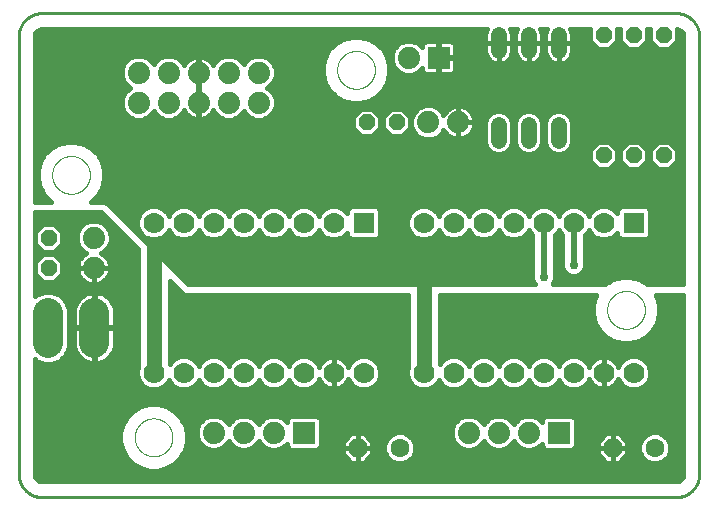
<source format=gbl>
G75*
%MOIN*%
%OFA0B0*%
%FSLAX25Y25*%
%IPPOS*%
%LPD*%
%AMOC8*
5,1,8,0,0,1.08239X$1,22.5*
%
%ADD10C,0.00000*%
%ADD11C,0.01000*%
%ADD12C,0.07400*%
%ADD13R,0.07400X0.07400*%
%ADD14C,0.10000*%
%ADD15OC8,0.05200*%
%ADD16R,0.07000X0.07000*%
%ADD17C,0.07000*%
%ADD18OC8,0.06300*%
%ADD19C,0.06300*%
%ADD20C,0.05200*%
%ADD21C,0.01600*%
%ADD22C,0.05000*%
%ADD23C,0.02978*%
%ADD24C,0.02000*%
D10*
X0043001Y0026800D02*
X0043003Y0026958D01*
X0043009Y0027116D01*
X0043019Y0027274D01*
X0043033Y0027432D01*
X0043051Y0027589D01*
X0043072Y0027746D01*
X0043098Y0027902D01*
X0043128Y0028058D01*
X0043161Y0028213D01*
X0043199Y0028366D01*
X0043240Y0028519D01*
X0043285Y0028671D01*
X0043334Y0028822D01*
X0043387Y0028971D01*
X0043443Y0029119D01*
X0043503Y0029265D01*
X0043567Y0029410D01*
X0043635Y0029553D01*
X0043706Y0029695D01*
X0043780Y0029835D01*
X0043858Y0029972D01*
X0043940Y0030108D01*
X0044024Y0030242D01*
X0044113Y0030373D01*
X0044204Y0030502D01*
X0044299Y0030629D01*
X0044396Y0030754D01*
X0044497Y0030876D01*
X0044601Y0030995D01*
X0044708Y0031112D01*
X0044818Y0031226D01*
X0044931Y0031337D01*
X0045046Y0031446D01*
X0045164Y0031551D01*
X0045285Y0031653D01*
X0045408Y0031753D01*
X0045534Y0031849D01*
X0045662Y0031942D01*
X0045792Y0032032D01*
X0045925Y0032118D01*
X0046060Y0032202D01*
X0046196Y0032281D01*
X0046335Y0032358D01*
X0046476Y0032430D01*
X0046618Y0032500D01*
X0046762Y0032565D01*
X0046908Y0032627D01*
X0047055Y0032685D01*
X0047204Y0032740D01*
X0047354Y0032791D01*
X0047505Y0032838D01*
X0047657Y0032881D01*
X0047810Y0032920D01*
X0047965Y0032956D01*
X0048120Y0032987D01*
X0048276Y0033015D01*
X0048432Y0033039D01*
X0048589Y0033059D01*
X0048747Y0033075D01*
X0048904Y0033087D01*
X0049063Y0033095D01*
X0049221Y0033099D01*
X0049379Y0033099D01*
X0049537Y0033095D01*
X0049696Y0033087D01*
X0049853Y0033075D01*
X0050011Y0033059D01*
X0050168Y0033039D01*
X0050324Y0033015D01*
X0050480Y0032987D01*
X0050635Y0032956D01*
X0050790Y0032920D01*
X0050943Y0032881D01*
X0051095Y0032838D01*
X0051246Y0032791D01*
X0051396Y0032740D01*
X0051545Y0032685D01*
X0051692Y0032627D01*
X0051838Y0032565D01*
X0051982Y0032500D01*
X0052124Y0032430D01*
X0052265Y0032358D01*
X0052404Y0032281D01*
X0052540Y0032202D01*
X0052675Y0032118D01*
X0052808Y0032032D01*
X0052938Y0031942D01*
X0053066Y0031849D01*
X0053192Y0031753D01*
X0053315Y0031653D01*
X0053436Y0031551D01*
X0053554Y0031446D01*
X0053669Y0031337D01*
X0053782Y0031226D01*
X0053892Y0031112D01*
X0053999Y0030995D01*
X0054103Y0030876D01*
X0054204Y0030754D01*
X0054301Y0030629D01*
X0054396Y0030502D01*
X0054487Y0030373D01*
X0054576Y0030242D01*
X0054660Y0030108D01*
X0054742Y0029972D01*
X0054820Y0029835D01*
X0054894Y0029695D01*
X0054965Y0029553D01*
X0055033Y0029410D01*
X0055097Y0029265D01*
X0055157Y0029119D01*
X0055213Y0028971D01*
X0055266Y0028822D01*
X0055315Y0028671D01*
X0055360Y0028519D01*
X0055401Y0028366D01*
X0055439Y0028213D01*
X0055472Y0028058D01*
X0055502Y0027902D01*
X0055528Y0027746D01*
X0055549Y0027589D01*
X0055567Y0027432D01*
X0055581Y0027274D01*
X0055591Y0027116D01*
X0055597Y0026958D01*
X0055599Y0026800D01*
X0055597Y0026642D01*
X0055591Y0026484D01*
X0055581Y0026326D01*
X0055567Y0026168D01*
X0055549Y0026011D01*
X0055528Y0025854D01*
X0055502Y0025698D01*
X0055472Y0025542D01*
X0055439Y0025387D01*
X0055401Y0025234D01*
X0055360Y0025081D01*
X0055315Y0024929D01*
X0055266Y0024778D01*
X0055213Y0024629D01*
X0055157Y0024481D01*
X0055097Y0024335D01*
X0055033Y0024190D01*
X0054965Y0024047D01*
X0054894Y0023905D01*
X0054820Y0023765D01*
X0054742Y0023628D01*
X0054660Y0023492D01*
X0054576Y0023358D01*
X0054487Y0023227D01*
X0054396Y0023098D01*
X0054301Y0022971D01*
X0054204Y0022846D01*
X0054103Y0022724D01*
X0053999Y0022605D01*
X0053892Y0022488D01*
X0053782Y0022374D01*
X0053669Y0022263D01*
X0053554Y0022154D01*
X0053436Y0022049D01*
X0053315Y0021947D01*
X0053192Y0021847D01*
X0053066Y0021751D01*
X0052938Y0021658D01*
X0052808Y0021568D01*
X0052675Y0021482D01*
X0052540Y0021398D01*
X0052404Y0021319D01*
X0052265Y0021242D01*
X0052124Y0021170D01*
X0051982Y0021100D01*
X0051838Y0021035D01*
X0051692Y0020973D01*
X0051545Y0020915D01*
X0051396Y0020860D01*
X0051246Y0020809D01*
X0051095Y0020762D01*
X0050943Y0020719D01*
X0050790Y0020680D01*
X0050635Y0020644D01*
X0050480Y0020613D01*
X0050324Y0020585D01*
X0050168Y0020561D01*
X0050011Y0020541D01*
X0049853Y0020525D01*
X0049696Y0020513D01*
X0049537Y0020505D01*
X0049379Y0020501D01*
X0049221Y0020501D01*
X0049063Y0020505D01*
X0048904Y0020513D01*
X0048747Y0020525D01*
X0048589Y0020541D01*
X0048432Y0020561D01*
X0048276Y0020585D01*
X0048120Y0020613D01*
X0047965Y0020644D01*
X0047810Y0020680D01*
X0047657Y0020719D01*
X0047505Y0020762D01*
X0047354Y0020809D01*
X0047204Y0020860D01*
X0047055Y0020915D01*
X0046908Y0020973D01*
X0046762Y0021035D01*
X0046618Y0021100D01*
X0046476Y0021170D01*
X0046335Y0021242D01*
X0046196Y0021319D01*
X0046060Y0021398D01*
X0045925Y0021482D01*
X0045792Y0021568D01*
X0045662Y0021658D01*
X0045534Y0021751D01*
X0045408Y0021847D01*
X0045285Y0021947D01*
X0045164Y0022049D01*
X0045046Y0022154D01*
X0044931Y0022263D01*
X0044818Y0022374D01*
X0044708Y0022488D01*
X0044601Y0022605D01*
X0044497Y0022724D01*
X0044396Y0022846D01*
X0044299Y0022971D01*
X0044204Y0023098D01*
X0044113Y0023227D01*
X0044024Y0023358D01*
X0043940Y0023492D01*
X0043858Y0023628D01*
X0043780Y0023765D01*
X0043706Y0023905D01*
X0043635Y0024047D01*
X0043567Y0024190D01*
X0043503Y0024335D01*
X0043443Y0024481D01*
X0043387Y0024629D01*
X0043334Y0024778D01*
X0043285Y0024929D01*
X0043240Y0025081D01*
X0043199Y0025234D01*
X0043161Y0025387D01*
X0043128Y0025542D01*
X0043098Y0025698D01*
X0043072Y0025854D01*
X0043051Y0026011D01*
X0043033Y0026168D01*
X0043019Y0026326D01*
X0043009Y0026484D01*
X0043003Y0026642D01*
X0043001Y0026800D01*
X0015481Y0114280D02*
X0015483Y0114438D01*
X0015489Y0114596D01*
X0015499Y0114754D01*
X0015513Y0114912D01*
X0015531Y0115069D01*
X0015552Y0115226D01*
X0015578Y0115382D01*
X0015608Y0115538D01*
X0015641Y0115693D01*
X0015679Y0115846D01*
X0015720Y0115999D01*
X0015765Y0116151D01*
X0015814Y0116302D01*
X0015867Y0116451D01*
X0015923Y0116599D01*
X0015983Y0116745D01*
X0016047Y0116890D01*
X0016115Y0117033D01*
X0016186Y0117175D01*
X0016260Y0117315D01*
X0016338Y0117452D01*
X0016420Y0117588D01*
X0016504Y0117722D01*
X0016593Y0117853D01*
X0016684Y0117982D01*
X0016779Y0118109D01*
X0016876Y0118234D01*
X0016977Y0118356D01*
X0017081Y0118475D01*
X0017188Y0118592D01*
X0017298Y0118706D01*
X0017411Y0118817D01*
X0017526Y0118926D01*
X0017644Y0119031D01*
X0017765Y0119133D01*
X0017888Y0119233D01*
X0018014Y0119329D01*
X0018142Y0119422D01*
X0018272Y0119512D01*
X0018405Y0119598D01*
X0018540Y0119682D01*
X0018676Y0119761D01*
X0018815Y0119838D01*
X0018956Y0119910D01*
X0019098Y0119980D01*
X0019242Y0120045D01*
X0019388Y0120107D01*
X0019535Y0120165D01*
X0019684Y0120220D01*
X0019834Y0120271D01*
X0019985Y0120318D01*
X0020137Y0120361D01*
X0020290Y0120400D01*
X0020445Y0120436D01*
X0020600Y0120467D01*
X0020756Y0120495D01*
X0020912Y0120519D01*
X0021069Y0120539D01*
X0021227Y0120555D01*
X0021384Y0120567D01*
X0021543Y0120575D01*
X0021701Y0120579D01*
X0021859Y0120579D01*
X0022017Y0120575D01*
X0022176Y0120567D01*
X0022333Y0120555D01*
X0022491Y0120539D01*
X0022648Y0120519D01*
X0022804Y0120495D01*
X0022960Y0120467D01*
X0023115Y0120436D01*
X0023270Y0120400D01*
X0023423Y0120361D01*
X0023575Y0120318D01*
X0023726Y0120271D01*
X0023876Y0120220D01*
X0024025Y0120165D01*
X0024172Y0120107D01*
X0024318Y0120045D01*
X0024462Y0119980D01*
X0024604Y0119910D01*
X0024745Y0119838D01*
X0024884Y0119761D01*
X0025020Y0119682D01*
X0025155Y0119598D01*
X0025288Y0119512D01*
X0025418Y0119422D01*
X0025546Y0119329D01*
X0025672Y0119233D01*
X0025795Y0119133D01*
X0025916Y0119031D01*
X0026034Y0118926D01*
X0026149Y0118817D01*
X0026262Y0118706D01*
X0026372Y0118592D01*
X0026479Y0118475D01*
X0026583Y0118356D01*
X0026684Y0118234D01*
X0026781Y0118109D01*
X0026876Y0117982D01*
X0026967Y0117853D01*
X0027056Y0117722D01*
X0027140Y0117588D01*
X0027222Y0117452D01*
X0027300Y0117315D01*
X0027374Y0117175D01*
X0027445Y0117033D01*
X0027513Y0116890D01*
X0027577Y0116745D01*
X0027637Y0116599D01*
X0027693Y0116451D01*
X0027746Y0116302D01*
X0027795Y0116151D01*
X0027840Y0115999D01*
X0027881Y0115846D01*
X0027919Y0115693D01*
X0027952Y0115538D01*
X0027982Y0115382D01*
X0028008Y0115226D01*
X0028029Y0115069D01*
X0028047Y0114912D01*
X0028061Y0114754D01*
X0028071Y0114596D01*
X0028077Y0114438D01*
X0028079Y0114280D01*
X0028077Y0114122D01*
X0028071Y0113964D01*
X0028061Y0113806D01*
X0028047Y0113648D01*
X0028029Y0113491D01*
X0028008Y0113334D01*
X0027982Y0113178D01*
X0027952Y0113022D01*
X0027919Y0112867D01*
X0027881Y0112714D01*
X0027840Y0112561D01*
X0027795Y0112409D01*
X0027746Y0112258D01*
X0027693Y0112109D01*
X0027637Y0111961D01*
X0027577Y0111815D01*
X0027513Y0111670D01*
X0027445Y0111527D01*
X0027374Y0111385D01*
X0027300Y0111245D01*
X0027222Y0111108D01*
X0027140Y0110972D01*
X0027056Y0110838D01*
X0026967Y0110707D01*
X0026876Y0110578D01*
X0026781Y0110451D01*
X0026684Y0110326D01*
X0026583Y0110204D01*
X0026479Y0110085D01*
X0026372Y0109968D01*
X0026262Y0109854D01*
X0026149Y0109743D01*
X0026034Y0109634D01*
X0025916Y0109529D01*
X0025795Y0109427D01*
X0025672Y0109327D01*
X0025546Y0109231D01*
X0025418Y0109138D01*
X0025288Y0109048D01*
X0025155Y0108962D01*
X0025020Y0108878D01*
X0024884Y0108799D01*
X0024745Y0108722D01*
X0024604Y0108650D01*
X0024462Y0108580D01*
X0024318Y0108515D01*
X0024172Y0108453D01*
X0024025Y0108395D01*
X0023876Y0108340D01*
X0023726Y0108289D01*
X0023575Y0108242D01*
X0023423Y0108199D01*
X0023270Y0108160D01*
X0023115Y0108124D01*
X0022960Y0108093D01*
X0022804Y0108065D01*
X0022648Y0108041D01*
X0022491Y0108021D01*
X0022333Y0108005D01*
X0022176Y0107993D01*
X0022017Y0107985D01*
X0021859Y0107981D01*
X0021701Y0107981D01*
X0021543Y0107985D01*
X0021384Y0107993D01*
X0021227Y0108005D01*
X0021069Y0108021D01*
X0020912Y0108041D01*
X0020756Y0108065D01*
X0020600Y0108093D01*
X0020445Y0108124D01*
X0020290Y0108160D01*
X0020137Y0108199D01*
X0019985Y0108242D01*
X0019834Y0108289D01*
X0019684Y0108340D01*
X0019535Y0108395D01*
X0019388Y0108453D01*
X0019242Y0108515D01*
X0019098Y0108580D01*
X0018956Y0108650D01*
X0018815Y0108722D01*
X0018676Y0108799D01*
X0018540Y0108878D01*
X0018405Y0108962D01*
X0018272Y0109048D01*
X0018142Y0109138D01*
X0018014Y0109231D01*
X0017888Y0109327D01*
X0017765Y0109427D01*
X0017644Y0109529D01*
X0017526Y0109634D01*
X0017411Y0109743D01*
X0017298Y0109854D01*
X0017188Y0109968D01*
X0017081Y0110085D01*
X0016977Y0110204D01*
X0016876Y0110326D01*
X0016779Y0110451D01*
X0016684Y0110578D01*
X0016593Y0110707D01*
X0016504Y0110838D01*
X0016420Y0110972D01*
X0016338Y0111108D01*
X0016260Y0111245D01*
X0016186Y0111385D01*
X0016115Y0111527D01*
X0016047Y0111670D01*
X0015983Y0111815D01*
X0015923Y0111961D01*
X0015867Y0112109D01*
X0015814Y0112258D01*
X0015765Y0112409D01*
X0015720Y0112561D01*
X0015679Y0112714D01*
X0015641Y0112867D01*
X0015608Y0113022D01*
X0015578Y0113178D01*
X0015552Y0113334D01*
X0015531Y0113491D01*
X0015513Y0113648D01*
X0015499Y0113806D01*
X0015489Y0113964D01*
X0015483Y0114122D01*
X0015481Y0114280D01*
X0110481Y0149280D02*
X0110483Y0149438D01*
X0110489Y0149596D01*
X0110499Y0149754D01*
X0110513Y0149912D01*
X0110531Y0150069D01*
X0110552Y0150226D01*
X0110578Y0150382D01*
X0110608Y0150538D01*
X0110641Y0150693D01*
X0110679Y0150846D01*
X0110720Y0150999D01*
X0110765Y0151151D01*
X0110814Y0151302D01*
X0110867Y0151451D01*
X0110923Y0151599D01*
X0110983Y0151745D01*
X0111047Y0151890D01*
X0111115Y0152033D01*
X0111186Y0152175D01*
X0111260Y0152315D01*
X0111338Y0152452D01*
X0111420Y0152588D01*
X0111504Y0152722D01*
X0111593Y0152853D01*
X0111684Y0152982D01*
X0111779Y0153109D01*
X0111876Y0153234D01*
X0111977Y0153356D01*
X0112081Y0153475D01*
X0112188Y0153592D01*
X0112298Y0153706D01*
X0112411Y0153817D01*
X0112526Y0153926D01*
X0112644Y0154031D01*
X0112765Y0154133D01*
X0112888Y0154233D01*
X0113014Y0154329D01*
X0113142Y0154422D01*
X0113272Y0154512D01*
X0113405Y0154598D01*
X0113540Y0154682D01*
X0113676Y0154761D01*
X0113815Y0154838D01*
X0113956Y0154910D01*
X0114098Y0154980D01*
X0114242Y0155045D01*
X0114388Y0155107D01*
X0114535Y0155165D01*
X0114684Y0155220D01*
X0114834Y0155271D01*
X0114985Y0155318D01*
X0115137Y0155361D01*
X0115290Y0155400D01*
X0115445Y0155436D01*
X0115600Y0155467D01*
X0115756Y0155495D01*
X0115912Y0155519D01*
X0116069Y0155539D01*
X0116227Y0155555D01*
X0116384Y0155567D01*
X0116543Y0155575D01*
X0116701Y0155579D01*
X0116859Y0155579D01*
X0117017Y0155575D01*
X0117176Y0155567D01*
X0117333Y0155555D01*
X0117491Y0155539D01*
X0117648Y0155519D01*
X0117804Y0155495D01*
X0117960Y0155467D01*
X0118115Y0155436D01*
X0118270Y0155400D01*
X0118423Y0155361D01*
X0118575Y0155318D01*
X0118726Y0155271D01*
X0118876Y0155220D01*
X0119025Y0155165D01*
X0119172Y0155107D01*
X0119318Y0155045D01*
X0119462Y0154980D01*
X0119604Y0154910D01*
X0119745Y0154838D01*
X0119884Y0154761D01*
X0120020Y0154682D01*
X0120155Y0154598D01*
X0120288Y0154512D01*
X0120418Y0154422D01*
X0120546Y0154329D01*
X0120672Y0154233D01*
X0120795Y0154133D01*
X0120916Y0154031D01*
X0121034Y0153926D01*
X0121149Y0153817D01*
X0121262Y0153706D01*
X0121372Y0153592D01*
X0121479Y0153475D01*
X0121583Y0153356D01*
X0121684Y0153234D01*
X0121781Y0153109D01*
X0121876Y0152982D01*
X0121967Y0152853D01*
X0122056Y0152722D01*
X0122140Y0152588D01*
X0122222Y0152452D01*
X0122300Y0152315D01*
X0122374Y0152175D01*
X0122445Y0152033D01*
X0122513Y0151890D01*
X0122577Y0151745D01*
X0122637Y0151599D01*
X0122693Y0151451D01*
X0122746Y0151302D01*
X0122795Y0151151D01*
X0122840Y0150999D01*
X0122881Y0150846D01*
X0122919Y0150693D01*
X0122952Y0150538D01*
X0122982Y0150382D01*
X0123008Y0150226D01*
X0123029Y0150069D01*
X0123047Y0149912D01*
X0123061Y0149754D01*
X0123071Y0149596D01*
X0123077Y0149438D01*
X0123079Y0149280D01*
X0123077Y0149122D01*
X0123071Y0148964D01*
X0123061Y0148806D01*
X0123047Y0148648D01*
X0123029Y0148491D01*
X0123008Y0148334D01*
X0122982Y0148178D01*
X0122952Y0148022D01*
X0122919Y0147867D01*
X0122881Y0147714D01*
X0122840Y0147561D01*
X0122795Y0147409D01*
X0122746Y0147258D01*
X0122693Y0147109D01*
X0122637Y0146961D01*
X0122577Y0146815D01*
X0122513Y0146670D01*
X0122445Y0146527D01*
X0122374Y0146385D01*
X0122300Y0146245D01*
X0122222Y0146108D01*
X0122140Y0145972D01*
X0122056Y0145838D01*
X0121967Y0145707D01*
X0121876Y0145578D01*
X0121781Y0145451D01*
X0121684Y0145326D01*
X0121583Y0145204D01*
X0121479Y0145085D01*
X0121372Y0144968D01*
X0121262Y0144854D01*
X0121149Y0144743D01*
X0121034Y0144634D01*
X0120916Y0144529D01*
X0120795Y0144427D01*
X0120672Y0144327D01*
X0120546Y0144231D01*
X0120418Y0144138D01*
X0120288Y0144048D01*
X0120155Y0143962D01*
X0120020Y0143878D01*
X0119884Y0143799D01*
X0119745Y0143722D01*
X0119604Y0143650D01*
X0119462Y0143580D01*
X0119318Y0143515D01*
X0119172Y0143453D01*
X0119025Y0143395D01*
X0118876Y0143340D01*
X0118726Y0143289D01*
X0118575Y0143242D01*
X0118423Y0143199D01*
X0118270Y0143160D01*
X0118115Y0143124D01*
X0117960Y0143093D01*
X0117804Y0143065D01*
X0117648Y0143041D01*
X0117491Y0143021D01*
X0117333Y0143005D01*
X0117176Y0142993D01*
X0117017Y0142985D01*
X0116859Y0142981D01*
X0116701Y0142981D01*
X0116543Y0142985D01*
X0116384Y0142993D01*
X0116227Y0143005D01*
X0116069Y0143021D01*
X0115912Y0143041D01*
X0115756Y0143065D01*
X0115600Y0143093D01*
X0115445Y0143124D01*
X0115290Y0143160D01*
X0115137Y0143199D01*
X0114985Y0143242D01*
X0114834Y0143289D01*
X0114684Y0143340D01*
X0114535Y0143395D01*
X0114388Y0143453D01*
X0114242Y0143515D01*
X0114098Y0143580D01*
X0113956Y0143650D01*
X0113815Y0143722D01*
X0113676Y0143799D01*
X0113540Y0143878D01*
X0113405Y0143962D01*
X0113272Y0144048D01*
X0113142Y0144138D01*
X0113014Y0144231D01*
X0112888Y0144327D01*
X0112765Y0144427D01*
X0112644Y0144529D01*
X0112526Y0144634D01*
X0112411Y0144743D01*
X0112298Y0144854D01*
X0112188Y0144968D01*
X0112081Y0145085D01*
X0111977Y0145204D01*
X0111876Y0145326D01*
X0111779Y0145451D01*
X0111684Y0145578D01*
X0111593Y0145707D01*
X0111504Y0145838D01*
X0111420Y0145972D01*
X0111338Y0146108D01*
X0111260Y0146245D01*
X0111186Y0146385D01*
X0111115Y0146527D01*
X0111047Y0146670D01*
X0110983Y0146815D01*
X0110923Y0146961D01*
X0110867Y0147109D01*
X0110814Y0147258D01*
X0110765Y0147409D01*
X0110720Y0147561D01*
X0110679Y0147714D01*
X0110641Y0147867D01*
X0110608Y0148022D01*
X0110578Y0148178D01*
X0110552Y0148334D01*
X0110531Y0148491D01*
X0110513Y0148648D01*
X0110499Y0148806D01*
X0110489Y0148964D01*
X0110483Y0149122D01*
X0110481Y0149280D01*
X0200481Y0069280D02*
X0200483Y0069438D01*
X0200489Y0069596D01*
X0200499Y0069754D01*
X0200513Y0069912D01*
X0200531Y0070069D01*
X0200552Y0070226D01*
X0200578Y0070382D01*
X0200608Y0070538D01*
X0200641Y0070693D01*
X0200679Y0070846D01*
X0200720Y0070999D01*
X0200765Y0071151D01*
X0200814Y0071302D01*
X0200867Y0071451D01*
X0200923Y0071599D01*
X0200983Y0071745D01*
X0201047Y0071890D01*
X0201115Y0072033D01*
X0201186Y0072175D01*
X0201260Y0072315D01*
X0201338Y0072452D01*
X0201420Y0072588D01*
X0201504Y0072722D01*
X0201593Y0072853D01*
X0201684Y0072982D01*
X0201779Y0073109D01*
X0201876Y0073234D01*
X0201977Y0073356D01*
X0202081Y0073475D01*
X0202188Y0073592D01*
X0202298Y0073706D01*
X0202411Y0073817D01*
X0202526Y0073926D01*
X0202644Y0074031D01*
X0202765Y0074133D01*
X0202888Y0074233D01*
X0203014Y0074329D01*
X0203142Y0074422D01*
X0203272Y0074512D01*
X0203405Y0074598D01*
X0203540Y0074682D01*
X0203676Y0074761D01*
X0203815Y0074838D01*
X0203956Y0074910D01*
X0204098Y0074980D01*
X0204242Y0075045D01*
X0204388Y0075107D01*
X0204535Y0075165D01*
X0204684Y0075220D01*
X0204834Y0075271D01*
X0204985Y0075318D01*
X0205137Y0075361D01*
X0205290Y0075400D01*
X0205445Y0075436D01*
X0205600Y0075467D01*
X0205756Y0075495D01*
X0205912Y0075519D01*
X0206069Y0075539D01*
X0206227Y0075555D01*
X0206384Y0075567D01*
X0206543Y0075575D01*
X0206701Y0075579D01*
X0206859Y0075579D01*
X0207017Y0075575D01*
X0207176Y0075567D01*
X0207333Y0075555D01*
X0207491Y0075539D01*
X0207648Y0075519D01*
X0207804Y0075495D01*
X0207960Y0075467D01*
X0208115Y0075436D01*
X0208270Y0075400D01*
X0208423Y0075361D01*
X0208575Y0075318D01*
X0208726Y0075271D01*
X0208876Y0075220D01*
X0209025Y0075165D01*
X0209172Y0075107D01*
X0209318Y0075045D01*
X0209462Y0074980D01*
X0209604Y0074910D01*
X0209745Y0074838D01*
X0209884Y0074761D01*
X0210020Y0074682D01*
X0210155Y0074598D01*
X0210288Y0074512D01*
X0210418Y0074422D01*
X0210546Y0074329D01*
X0210672Y0074233D01*
X0210795Y0074133D01*
X0210916Y0074031D01*
X0211034Y0073926D01*
X0211149Y0073817D01*
X0211262Y0073706D01*
X0211372Y0073592D01*
X0211479Y0073475D01*
X0211583Y0073356D01*
X0211684Y0073234D01*
X0211781Y0073109D01*
X0211876Y0072982D01*
X0211967Y0072853D01*
X0212056Y0072722D01*
X0212140Y0072588D01*
X0212222Y0072452D01*
X0212300Y0072315D01*
X0212374Y0072175D01*
X0212445Y0072033D01*
X0212513Y0071890D01*
X0212577Y0071745D01*
X0212637Y0071599D01*
X0212693Y0071451D01*
X0212746Y0071302D01*
X0212795Y0071151D01*
X0212840Y0070999D01*
X0212881Y0070846D01*
X0212919Y0070693D01*
X0212952Y0070538D01*
X0212982Y0070382D01*
X0213008Y0070226D01*
X0213029Y0070069D01*
X0213047Y0069912D01*
X0213061Y0069754D01*
X0213071Y0069596D01*
X0213077Y0069438D01*
X0213079Y0069280D01*
X0213077Y0069122D01*
X0213071Y0068964D01*
X0213061Y0068806D01*
X0213047Y0068648D01*
X0213029Y0068491D01*
X0213008Y0068334D01*
X0212982Y0068178D01*
X0212952Y0068022D01*
X0212919Y0067867D01*
X0212881Y0067714D01*
X0212840Y0067561D01*
X0212795Y0067409D01*
X0212746Y0067258D01*
X0212693Y0067109D01*
X0212637Y0066961D01*
X0212577Y0066815D01*
X0212513Y0066670D01*
X0212445Y0066527D01*
X0212374Y0066385D01*
X0212300Y0066245D01*
X0212222Y0066108D01*
X0212140Y0065972D01*
X0212056Y0065838D01*
X0211967Y0065707D01*
X0211876Y0065578D01*
X0211781Y0065451D01*
X0211684Y0065326D01*
X0211583Y0065204D01*
X0211479Y0065085D01*
X0211372Y0064968D01*
X0211262Y0064854D01*
X0211149Y0064743D01*
X0211034Y0064634D01*
X0210916Y0064529D01*
X0210795Y0064427D01*
X0210672Y0064327D01*
X0210546Y0064231D01*
X0210418Y0064138D01*
X0210288Y0064048D01*
X0210155Y0063962D01*
X0210020Y0063878D01*
X0209884Y0063799D01*
X0209745Y0063722D01*
X0209604Y0063650D01*
X0209462Y0063580D01*
X0209318Y0063515D01*
X0209172Y0063453D01*
X0209025Y0063395D01*
X0208876Y0063340D01*
X0208726Y0063289D01*
X0208575Y0063242D01*
X0208423Y0063199D01*
X0208270Y0063160D01*
X0208115Y0063124D01*
X0207960Y0063093D01*
X0207804Y0063065D01*
X0207648Y0063041D01*
X0207491Y0063021D01*
X0207333Y0063005D01*
X0207176Y0062993D01*
X0207017Y0062985D01*
X0206859Y0062981D01*
X0206701Y0062981D01*
X0206543Y0062985D01*
X0206384Y0062993D01*
X0206227Y0063005D01*
X0206069Y0063021D01*
X0205912Y0063041D01*
X0205756Y0063065D01*
X0205600Y0063093D01*
X0205445Y0063124D01*
X0205290Y0063160D01*
X0205137Y0063199D01*
X0204985Y0063242D01*
X0204834Y0063289D01*
X0204684Y0063340D01*
X0204535Y0063395D01*
X0204388Y0063453D01*
X0204242Y0063515D01*
X0204098Y0063580D01*
X0203956Y0063650D01*
X0203815Y0063722D01*
X0203676Y0063799D01*
X0203540Y0063878D01*
X0203405Y0063962D01*
X0203272Y0064048D01*
X0203142Y0064138D01*
X0203014Y0064231D01*
X0202888Y0064327D01*
X0202765Y0064427D01*
X0202644Y0064529D01*
X0202526Y0064634D01*
X0202411Y0064743D01*
X0202298Y0064854D01*
X0202188Y0064968D01*
X0202081Y0065085D01*
X0201977Y0065204D01*
X0201876Y0065326D01*
X0201779Y0065451D01*
X0201684Y0065578D01*
X0201593Y0065707D01*
X0201504Y0065838D01*
X0201420Y0065972D01*
X0201338Y0066108D01*
X0201260Y0066245D01*
X0201186Y0066385D01*
X0201115Y0066527D01*
X0201047Y0066670D01*
X0200983Y0066815D01*
X0200923Y0066961D01*
X0200867Y0067109D01*
X0200814Y0067258D01*
X0200765Y0067409D01*
X0200720Y0067561D01*
X0200679Y0067714D01*
X0200641Y0067867D01*
X0200608Y0068022D01*
X0200578Y0068178D01*
X0200552Y0068334D01*
X0200531Y0068491D01*
X0200513Y0068648D01*
X0200499Y0068806D01*
X0200489Y0068964D01*
X0200483Y0069122D01*
X0200481Y0069280D01*
D11*
X0223335Y0006800D02*
X0012174Y0006800D01*
X0011984Y0006802D01*
X0011794Y0006809D01*
X0011604Y0006821D01*
X0011414Y0006837D01*
X0011225Y0006857D01*
X0011036Y0006883D01*
X0010848Y0006912D01*
X0010661Y0006947D01*
X0010475Y0006986D01*
X0010290Y0007029D01*
X0010105Y0007077D01*
X0009922Y0007129D01*
X0009741Y0007185D01*
X0009561Y0007246D01*
X0009382Y0007312D01*
X0009205Y0007381D01*
X0009029Y0007455D01*
X0008856Y0007533D01*
X0008684Y0007616D01*
X0008515Y0007702D01*
X0008347Y0007792D01*
X0008182Y0007887D01*
X0008019Y0007985D01*
X0007859Y0008088D01*
X0007701Y0008194D01*
X0007546Y0008304D01*
X0007393Y0008417D01*
X0007243Y0008535D01*
X0007097Y0008656D01*
X0006953Y0008780D01*
X0006812Y0008908D01*
X0006674Y0009039D01*
X0006539Y0009174D01*
X0006408Y0009312D01*
X0006280Y0009453D01*
X0006156Y0009597D01*
X0006035Y0009743D01*
X0005917Y0009893D01*
X0005804Y0010046D01*
X0005694Y0010201D01*
X0005588Y0010359D01*
X0005485Y0010519D01*
X0005387Y0010682D01*
X0005292Y0010847D01*
X0005202Y0011015D01*
X0005116Y0011184D01*
X0005033Y0011356D01*
X0004955Y0011529D01*
X0004881Y0011705D01*
X0004812Y0011882D01*
X0004746Y0012061D01*
X0004685Y0012241D01*
X0004629Y0012422D01*
X0004577Y0012605D01*
X0004529Y0012790D01*
X0004486Y0012975D01*
X0004447Y0013161D01*
X0004412Y0013348D01*
X0004383Y0013536D01*
X0004357Y0013725D01*
X0004337Y0013914D01*
X0004321Y0014104D01*
X0004309Y0014294D01*
X0004302Y0014484D01*
X0004300Y0014674D01*
X0004300Y0160343D01*
X0004302Y0160533D01*
X0004309Y0160723D01*
X0004321Y0160913D01*
X0004337Y0161103D01*
X0004357Y0161292D01*
X0004383Y0161481D01*
X0004412Y0161669D01*
X0004447Y0161856D01*
X0004486Y0162042D01*
X0004529Y0162227D01*
X0004577Y0162412D01*
X0004629Y0162595D01*
X0004685Y0162776D01*
X0004746Y0162956D01*
X0004812Y0163135D01*
X0004881Y0163312D01*
X0004955Y0163488D01*
X0005033Y0163661D01*
X0005116Y0163833D01*
X0005202Y0164002D01*
X0005292Y0164170D01*
X0005387Y0164335D01*
X0005485Y0164498D01*
X0005588Y0164658D01*
X0005694Y0164816D01*
X0005804Y0164971D01*
X0005917Y0165124D01*
X0006035Y0165274D01*
X0006156Y0165420D01*
X0006280Y0165564D01*
X0006408Y0165705D01*
X0006539Y0165843D01*
X0006674Y0165978D01*
X0006812Y0166109D01*
X0006953Y0166237D01*
X0007097Y0166361D01*
X0007243Y0166482D01*
X0007393Y0166600D01*
X0007546Y0166713D01*
X0007701Y0166823D01*
X0007859Y0166929D01*
X0008019Y0167032D01*
X0008182Y0167130D01*
X0008347Y0167225D01*
X0008515Y0167315D01*
X0008684Y0167401D01*
X0008856Y0167484D01*
X0009029Y0167562D01*
X0009205Y0167636D01*
X0009382Y0167705D01*
X0009561Y0167771D01*
X0009741Y0167832D01*
X0009922Y0167888D01*
X0010105Y0167940D01*
X0010290Y0167988D01*
X0010475Y0168031D01*
X0010661Y0168070D01*
X0010848Y0168105D01*
X0011036Y0168134D01*
X0011225Y0168160D01*
X0011414Y0168180D01*
X0011604Y0168196D01*
X0011794Y0168208D01*
X0011984Y0168215D01*
X0012174Y0168217D01*
X0223335Y0168217D01*
X0223525Y0168215D01*
X0223715Y0168208D01*
X0223905Y0168196D01*
X0224095Y0168180D01*
X0224284Y0168160D01*
X0224473Y0168134D01*
X0224661Y0168105D01*
X0224848Y0168070D01*
X0225034Y0168031D01*
X0225219Y0167988D01*
X0225404Y0167940D01*
X0225587Y0167888D01*
X0225768Y0167832D01*
X0225948Y0167771D01*
X0226127Y0167705D01*
X0226304Y0167636D01*
X0226480Y0167562D01*
X0226653Y0167484D01*
X0226825Y0167401D01*
X0226994Y0167315D01*
X0227162Y0167225D01*
X0227327Y0167130D01*
X0227490Y0167032D01*
X0227650Y0166929D01*
X0227808Y0166823D01*
X0227963Y0166713D01*
X0228116Y0166600D01*
X0228266Y0166482D01*
X0228412Y0166361D01*
X0228556Y0166237D01*
X0228697Y0166109D01*
X0228835Y0165978D01*
X0228970Y0165843D01*
X0229101Y0165705D01*
X0229229Y0165564D01*
X0229353Y0165420D01*
X0229474Y0165274D01*
X0229592Y0165124D01*
X0229705Y0164971D01*
X0229815Y0164816D01*
X0229921Y0164658D01*
X0230024Y0164498D01*
X0230122Y0164335D01*
X0230217Y0164170D01*
X0230307Y0164002D01*
X0230393Y0163833D01*
X0230476Y0163661D01*
X0230554Y0163488D01*
X0230628Y0163312D01*
X0230697Y0163135D01*
X0230763Y0162956D01*
X0230824Y0162776D01*
X0230880Y0162595D01*
X0230932Y0162412D01*
X0230980Y0162227D01*
X0231023Y0162042D01*
X0231062Y0161856D01*
X0231097Y0161669D01*
X0231126Y0161481D01*
X0231152Y0161292D01*
X0231172Y0161103D01*
X0231188Y0160913D01*
X0231200Y0160723D01*
X0231207Y0160533D01*
X0231209Y0160343D01*
X0231209Y0014674D01*
X0231207Y0014484D01*
X0231200Y0014294D01*
X0231188Y0014104D01*
X0231172Y0013914D01*
X0231152Y0013725D01*
X0231126Y0013536D01*
X0231097Y0013348D01*
X0231062Y0013161D01*
X0231023Y0012975D01*
X0230980Y0012790D01*
X0230932Y0012605D01*
X0230880Y0012422D01*
X0230824Y0012241D01*
X0230763Y0012061D01*
X0230697Y0011882D01*
X0230628Y0011705D01*
X0230554Y0011529D01*
X0230476Y0011356D01*
X0230393Y0011184D01*
X0230307Y0011015D01*
X0230217Y0010847D01*
X0230122Y0010682D01*
X0230024Y0010519D01*
X0229921Y0010359D01*
X0229815Y0010201D01*
X0229705Y0010046D01*
X0229592Y0009893D01*
X0229474Y0009743D01*
X0229353Y0009597D01*
X0229229Y0009453D01*
X0229101Y0009312D01*
X0228970Y0009174D01*
X0228835Y0009039D01*
X0228697Y0008908D01*
X0228556Y0008780D01*
X0228412Y0008656D01*
X0228266Y0008535D01*
X0228116Y0008417D01*
X0227963Y0008304D01*
X0227808Y0008194D01*
X0227650Y0008088D01*
X0227490Y0007985D01*
X0227327Y0007887D01*
X0227162Y0007792D01*
X0226994Y0007702D01*
X0226825Y0007616D01*
X0226653Y0007533D01*
X0226480Y0007455D01*
X0226304Y0007381D01*
X0226127Y0007312D01*
X0225948Y0007246D01*
X0225768Y0007185D01*
X0225587Y0007129D01*
X0225404Y0007077D01*
X0225219Y0007029D01*
X0225034Y0006986D01*
X0224848Y0006947D01*
X0224661Y0006912D01*
X0224473Y0006883D01*
X0224284Y0006857D01*
X0224095Y0006837D01*
X0223905Y0006821D01*
X0223715Y0006809D01*
X0223525Y0006802D01*
X0223335Y0006800D01*
D12*
X0174300Y0028300D03*
X0164300Y0028300D03*
X0154300Y0028300D03*
X0089300Y0028300D03*
X0079300Y0028300D03*
X0069300Y0028300D03*
X0029300Y0083300D03*
X0029300Y0093300D03*
X0044300Y0138300D03*
X0054300Y0138300D03*
X0064300Y0138300D03*
X0074300Y0138300D03*
X0084300Y0138300D03*
X0084300Y0148300D03*
X0074300Y0148300D03*
X0064300Y0148300D03*
X0054300Y0148300D03*
X0044300Y0148300D03*
X0134300Y0153300D03*
X0140800Y0131800D03*
X0150800Y0131800D03*
D13*
X0144300Y0153300D03*
X0184300Y0028300D03*
X0099300Y0028300D03*
D14*
X0029595Y0058300D02*
X0029595Y0068300D01*
X0014005Y0068300D02*
X0014005Y0058300D01*
D15*
X0014300Y0083300D03*
X0014300Y0093300D03*
X0120300Y0131800D03*
X0130300Y0131800D03*
X0199300Y0120800D03*
X0209300Y0120800D03*
X0219300Y0120800D03*
X0219300Y0160800D03*
X0209300Y0160800D03*
X0199300Y0160800D03*
D16*
X0209300Y0098300D03*
X0119300Y0098300D03*
D17*
X0109300Y0098300D03*
X0099300Y0098300D03*
X0089300Y0098300D03*
X0079300Y0098300D03*
X0069300Y0098300D03*
X0059300Y0098300D03*
X0049300Y0098300D03*
X0049300Y0048300D03*
X0059300Y0048300D03*
X0069300Y0048300D03*
X0079300Y0048300D03*
X0089300Y0048300D03*
X0099300Y0048300D03*
X0109300Y0048300D03*
X0119300Y0048300D03*
X0139300Y0048300D03*
X0149300Y0048300D03*
X0159300Y0048300D03*
X0169300Y0048300D03*
X0179300Y0048300D03*
X0189300Y0048300D03*
X0199300Y0048300D03*
X0209300Y0048300D03*
X0199300Y0098300D03*
X0189300Y0098300D03*
X0179300Y0098300D03*
X0169300Y0098300D03*
X0159300Y0098300D03*
X0149300Y0098300D03*
X0139300Y0098300D03*
D18*
X0117300Y0023300D03*
X0202300Y0023300D03*
D19*
X0216300Y0023300D03*
X0131300Y0023300D03*
D20*
X0164300Y0125700D02*
X0164300Y0130900D01*
X0174300Y0130900D02*
X0174300Y0125700D01*
X0184300Y0125700D02*
X0184300Y0130900D01*
X0184300Y0155700D02*
X0184300Y0160900D01*
X0174300Y0160900D02*
X0174300Y0155700D01*
X0164300Y0155700D02*
X0164300Y0160900D01*
D21*
X0160390Y0162917D02*
X0160222Y0162589D01*
X0160008Y0161930D01*
X0159900Y0161246D01*
X0159900Y0158300D01*
X0164300Y0158300D01*
X0168700Y0158300D01*
X0168700Y0161246D01*
X0168592Y0161930D01*
X0168378Y0162589D01*
X0168210Y0162917D01*
X0170390Y0162917D01*
X0170222Y0162589D01*
X0170008Y0161930D01*
X0169900Y0161246D01*
X0169900Y0158300D01*
X0174300Y0158300D01*
X0178700Y0158300D01*
X0178700Y0161246D01*
X0178592Y0161930D01*
X0178378Y0162589D01*
X0178210Y0162917D01*
X0180390Y0162917D01*
X0180222Y0162589D01*
X0180008Y0161930D01*
X0179900Y0161246D01*
X0179900Y0158300D01*
X0184300Y0158300D01*
X0188700Y0158300D01*
X0188700Y0161246D01*
X0188592Y0161930D01*
X0188378Y0162589D01*
X0188210Y0162917D01*
X0194912Y0162917D01*
X0194700Y0162705D01*
X0194700Y0158895D01*
X0197395Y0156200D01*
X0201205Y0156200D01*
X0203900Y0158895D01*
X0203900Y0162705D01*
X0203688Y0162917D01*
X0204912Y0162917D01*
X0204700Y0162705D01*
X0204700Y0158895D01*
X0207395Y0156200D01*
X0211205Y0156200D01*
X0213900Y0158895D01*
X0213900Y0162705D01*
X0213688Y0162917D01*
X0214912Y0162917D01*
X0214700Y0162705D01*
X0214700Y0158895D01*
X0217395Y0156200D01*
X0221205Y0156200D01*
X0223900Y0158895D01*
X0223900Y0162705D01*
X0223718Y0162887D01*
X0223738Y0162886D01*
X0224504Y0162637D01*
X0225156Y0162163D01*
X0225629Y0161512D01*
X0225878Y0160746D01*
X0225909Y0160343D01*
X0225909Y0077900D01*
X0213857Y0077900D01*
X0213595Y0078162D01*
X0211064Y0079623D01*
X0208242Y0080380D01*
X0205319Y0080380D01*
X0202496Y0079623D01*
X0199965Y0078162D01*
X0199703Y0077900D01*
X0182274Y0077900D01*
X0182521Y0078147D01*
X0183100Y0079544D01*
X0183100Y0094322D01*
X0183963Y0095184D01*
X0184300Y0095999D01*
X0184637Y0095184D01*
X0185500Y0094322D01*
X0185500Y0083544D01*
X0186079Y0082147D01*
X0187147Y0081079D01*
X0188544Y0080500D01*
X0190056Y0080500D01*
X0191453Y0081079D01*
X0192521Y0082147D01*
X0193100Y0083544D01*
X0193100Y0094322D01*
X0193963Y0095184D01*
X0194300Y0095999D01*
X0194637Y0095184D01*
X0196184Y0093637D01*
X0198206Y0092800D01*
X0200394Y0092800D01*
X0202415Y0093637D01*
X0203800Y0095022D01*
X0203800Y0093972D01*
X0204972Y0092800D01*
X0213628Y0092800D01*
X0214800Y0093972D01*
X0214800Y0102628D01*
X0213628Y0103800D01*
X0204972Y0103800D01*
X0203800Y0102628D01*
X0203800Y0101578D01*
X0202415Y0102963D01*
X0200394Y0103800D01*
X0198206Y0103800D01*
X0196184Y0102963D01*
X0194637Y0101415D01*
X0194300Y0100601D01*
X0193963Y0101415D01*
X0192415Y0102963D01*
X0190394Y0103800D01*
X0188206Y0103800D01*
X0186184Y0102963D01*
X0184637Y0101415D01*
X0184300Y0100601D01*
X0183963Y0101415D01*
X0182415Y0102963D01*
X0180394Y0103800D01*
X0178206Y0103800D01*
X0176184Y0102963D01*
X0174637Y0101415D01*
X0174300Y0100601D01*
X0173963Y0101415D01*
X0172415Y0102963D01*
X0170394Y0103800D01*
X0168206Y0103800D01*
X0166184Y0102963D01*
X0164637Y0101415D01*
X0164300Y0100601D01*
X0163963Y0101415D01*
X0162415Y0102963D01*
X0160394Y0103800D01*
X0158206Y0103800D01*
X0156184Y0102963D01*
X0154637Y0101415D01*
X0154300Y0100601D01*
X0153963Y0101415D01*
X0152415Y0102963D01*
X0150394Y0103800D01*
X0148206Y0103800D01*
X0146184Y0102963D01*
X0144637Y0101415D01*
X0144300Y0100601D01*
X0143963Y0101415D01*
X0142415Y0102963D01*
X0140394Y0103800D01*
X0138206Y0103800D01*
X0136184Y0102963D01*
X0134637Y0101415D01*
X0133800Y0099394D01*
X0133800Y0097206D01*
X0134637Y0095184D01*
X0136184Y0093637D01*
X0138206Y0092800D01*
X0140394Y0092800D01*
X0142415Y0093637D01*
X0143963Y0095184D01*
X0144300Y0095999D01*
X0144637Y0095184D01*
X0146184Y0093637D01*
X0148206Y0092800D01*
X0150394Y0092800D01*
X0152415Y0093637D01*
X0153963Y0095184D01*
X0154300Y0095999D01*
X0154637Y0095184D01*
X0156184Y0093637D01*
X0158206Y0092800D01*
X0160394Y0092800D01*
X0162415Y0093637D01*
X0163963Y0095184D01*
X0164300Y0095999D01*
X0164637Y0095184D01*
X0166184Y0093637D01*
X0168206Y0092800D01*
X0170394Y0092800D01*
X0172415Y0093637D01*
X0173963Y0095184D01*
X0174300Y0095999D01*
X0174637Y0095184D01*
X0175500Y0094322D01*
X0175500Y0079544D01*
X0176079Y0078147D01*
X0176326Y0077900D01*
X0060791Y0077900D01*
X0033839Y0104852D01*
X0032516Y0105400D01*
X0028597Y0105400D01*
X0030662Y0107465D01*
X0032123Y0109996D01*
X0032880Y0112819D01*
X0032880Y0115742D01*
X0032123Y0118564D01*
X0030662Y0121095D01*
X0028595Y0123162D01*
X0026064Y0124623D01*
X0023242Y0125380D01*
X0020319Y0125380D01*
X0017496Y0124623D01*
X0014965Y0123162D01*
X0012899Y0121095D01*
X0011437Y0118564D01*
X0010681Y0115742D01*
X0010681Y0112819D01*
X0011437Y0109996D01*
X0012899Y0107465D01*
X0014964Y0105400D01*
X0009600Y0105400D01*
X0009600Y0160343D01*
X0009632Y0160746D01*
X0009881Y0161512D01*
X0010354Y0162163D01*
X0011005Y0162637D01*
X0011771Y0162886D01*
X0012174Y0162917D01*
X0160390Y0162917D01*
X0159997Y0161856D02*
X0010130Y0161856D01*
X0009632Y0160746D02*
X0009632Y0160746D01*
X0009600Y0160257D02*
X0114862Y0160257D01*
X0115319Y0160380D02*
X0112496Y0159623D01*
X0109965Y0158162D01*
X0107899Y0156095D01*
X0106437Y0153564D01*
X0105681Y0150742D01*
X0105681Y0147819D01*
X0106437Y0144996D01*
X0107899Y0142465D01*
X0109965Y0140399D01*
X0112496Y0138938D01*
X0115319Y0138181D01*
X0118242Y0138181D01*
X0121064Y0138938D01*
X0123595Y0140399D01*
X0125662Y0142465D01*
X0127123Y0144996D01*
X0127880Y0147819D01*
X0127880Y0150742D01*
X0127123Y0153564D01*
X0125662Y0156095D01*
X0123595Y0158162D01*
X0121064Y0159623D01*
X0118242Y0160380D01*
X0115319Y0160380D01*
X0118698Y0160257D02*
X0159900Y0160257D01*
X0159900Y0158659D02*
X0148727Y0158659D01*
X0148695Y0158677D02*
X0148237Y0158800D01*
X0144500Y0158800D01*
X0144500Y0153500D01*
X0144100Y0153500D01*
X0144100Y0158800D01*
X0140363Y0158800D01*
X0139905Y0158677D01*
X0139495Y0158440D01*
X0139160Y0158105D01*
X0138923Y0157695D01*
X0138800Y0157237D01*
X0138800Y0156861D01*
X0137529Y0158132D01*
X0135434Y0159000D01*
X0133166Y0159000D01*
X0131071Y0158132D01*
X0129468Y0156529D01*
X0128600Y0154434D01*
X0128600Y0152166D01*
X0129468Y0150071D01*
X0131071Y0148468D01*
X0133166Y0147600D01*
X0135434Y0147600D01*
X0137529Y0148468D01*
X0138800Y0149739D01*
X0138800Y0149363D01*
X0138923Y0148905D01*
X0139160Y0148495D01*
X0139495Y0148160D01*
X0139905Y0147923D01*
X0140363Y0147800D01*
X0144100Y0147800D01*
X0144100Y0153100D01*
X0144500Y0153100D01*
X0144500Y0153500D01*
X0149800Y0153500D01*
X0149800Y0157237D01*
X0149677Y0157695D01*
X0149440Y0158105D01*
X0149105Y0158440D01*
X0148695Y0158677D01*
X0149800Y0157060D02*
X0159900Y0157060D01*
X0159900Y0158300D02*
X0159900Y0155354D01*
X0160008Y0154670D01*
X0160222Y0154011D01*
X0160537Y0153394D01*
X0160944Y0152834D01*
X0161434Y0152344D01*
X0161994Y0151937D01*
X0162611Y0151622D01*
X0163270Y0151408D01*
X0163954Y0151300D01*
X0164300Y0151300D01*
X0164646Y0151300D01*
X0165330Y0151408D01*
X0165989Y0151622D01*
X0166606Y0151937D01*
X0167166Y0152344D01*
X0167656Y0152834D01*
X0168063Y0153394D01*
X0168378Y0154011D01*
X0168592Y0154670D01*
X0168700Y0155354D01*
X0168700Y0158300D01*
X0164300Y0158300D01*
X0164300Y0158300D01*
X0164300Y0158300D01*
X0164300Y0151300D01*
X0164300Y0158300D01*
X0164300Y0158300D01*
X0159900Y0158300D01*
X0159900Y0155462D02*
X0149800Y0155462D01*
X0149800Y0153863D02*
X0160298Y0153863D01*
X0161543Y0152265D02*
X0149800Y0152265D01*
X0149800Y0153100D02*
X0144500Y0153100D01*
X0144500Y0147800D01*
X0148237Y0147800D01*
X0148695Y0147923D01*
X0149105Y0148160D01*
X0149440Y0148495D01*
X0149677Y0148905D01*
X0149800Y0149363D01*
X0149800Y0153100D01*
X0149800Y0150666D02*
X0225909Y0150666D01*
X0225909Y0149068D02*
X0149721Y0149068D01*
X0144500Y0149068D02*
X0144100Y0149068D01*
X0144100Y0150666D02*
X0144500Y0150666D01*
X0144500Y0152265D02*
X0144100Y0152265D01*
X0144100Y0153863D02*
X0144500Y0153863D01*
X0144500Y0155462D02*
X0144100Y0155462D01*
X0144100Y0157060D02*
X0144500Y0157060D01*
X0144500Y0158659D02*
X0144100Y0158659D01*
X0139873Y0158659D02*
X0136258Y0158659D01*
X0138601Y0157060D02*
X0138800Y0157060D01*
X0132342Y0158659D02*
X0122735Y0158659D01*
X0124697Y0157060D02*
X0129999Y0157060D01*
X0129026Y0155462D02*
X0126028Y0155462D01*
X0126951Y0153863D02*
X0128600Y0153863D01*
X0128600Y0152265D02*
X0127471Y0152265D01*
X0127880Y0150666D02*
X0129221Y0150666D01*
X0130471Y0149068D02*
X0127880Y0149068D01*
X0127786Y0147469D02*
X0225909Y0147469D01*
X0225909Y0145870D02*
X0127357Y0145870D01*
X0126705Y0144272D02*
X0225909Y0144272D01*
X0225909Y0142673D02*
X0125782Y0142673D01*
X0124272Y0141075D02*
X0225909Y0141075D01*
X0225909Y0139476D02*
X0121998Y0139476D01*
X0122205Y0136400D02*
X0118395Y0136400D01*
X0115700Y0133705D01*
X0115700Y0129895D01*
X0118395Y0127200D01*
X0122205Y0127200D01*
X0124900Y0129895D01*
X0124900Y0133705D01*
X0122205Y0136400D01*
X0122326Y0136279D02*
X0128274Y0136279D01*
X0128395Y0136400D02*
X0125700Y0133705D01*
X0125700Y0129895D01*
X0128395Y0127200D01*
X0132205Y0127200D01*
X0134900Y0129895D01*
X0134900Y0133705D01*
X0132205Y0136400D01*
X0128395Y0136400D01*
X0126676Y0134681D02*
X0123924Y0134681D01*
X0124900Y0133082D02*
X0125700Y0133082D01*
X0125700Y0131484D02*
X0124900Y0131484D01*
X0124891Y0129885D02*
X0125709Y0129885D01*
X0127308Y0128287D02*
X0123292Y0128287D01*
X0117308Y0128287D02*
X0009600Y0128287D01*
X0009600Y0129885D02*
X0115709Y0129885D01*
X0115700Y0131484D02*
X0009600Y0131484D01*
X0009600Y0133082D02*
X0042002Y0133082D01*
X0041071Y0133468D02*
X0043166Y0132600D01*
X0045434Y0132600D01*
X0047529Y0133468D01*
X0049132Y0135071D01*
X0049300Y0135476D01*
X0049468Y0135071D01*
X0051071Y0133468D01*
X0053166Y0132600D01*
X0055434Y0132600D01*
X0057529Y0133468D01*
X0059132Y0135071D01*
X0059419Y0135764D01*
X0059596Y0135417D01*
X0060105Y0134717D01*
X0060717Y0134105D01*
X0061417Y0133596D01*
X0062189Y0133203D01*
X0063012Y0132935D01*
X0063867Y0132800D01*
X0064100Y0132800D01*
X0064100Y0138100D01*
X0064500Y0138100D01*
X0064500Y0132800D01*
X0064733Y0132800D01*
X0065588Y0132935D01*
X0066411Y0133203D01*
X0067183Y0133596D01*
X0067883Y0134105D01*
X0068495Y0134717D01*
X0069004Y0135417D01*
X0069181Y0135764D01*
X0069468Y0135071D01*
X0071071Y0133468D01*
X0073166Y0132600D01*
X0075434Y0132600D01*
X0077529Y0133468D01*
X0079132Y0135071D01*
X0079300Y0135476D01*
X0079468Y0135071D01*
X0081071Y0133468D01*
X0083166Y0132600D01*
X0085434Y0132600D01*
X0087529Y0133468D01*
X0089132Y0135071D01*
X0090000Y0137166D01*
X0090000Y0139434D01*
X0089132Y0141529D01*
X0087529Y0143132D01*
X0087124Y0143300D01*
X0087529Y0143468D01*
X0089132Y0145071D01*
X0090000Y0147166D01*
X0090000Y0149434D01*
X0089132Y0151529D01*
X0087529Y0153132D01*
X0085434Y0154000D01*
X0083166Y0154000D01*
X0081071Y0153132D01*
X0079468Y0151529D01*
X0079300Y0151124D01*
X0079132Y0151529D01*
X0077529Y0153132D01*
X0075434Y0154000D01*
X0073166Y0154000D01*
X0071071Y0153132D01*
X0069468Y0151529D01*
X0069181Y0150836D01*
X0069004Y0151183D01*
X0068495Y0151883D01*
X0067883Y0152495D01*
X0067183Y0153004D01*
X0066411Y0153397D01*
X0065588Y0153665D01*
X0064733Y0153800D01*
X0064500Y0153800D01*
X0064500Y0148500D01*
X0064100Y0148500D01*
X0064100Y0153800D01*
X0063867Y0153800D01*
X0063012Y0153665D01*
X0062189Y0153397D01*
X0061417Y0153004D01*
X0060717Y0152495D01*
X0060105Y0151883D01*
X0059596Y0151183D01*
X0059419Y0150836D01*
X0059132Y0151529D01*
X0057529Y0153132D01*
X0055434Y0154000D01*
X0053166Y0154000D01*
X0051071Y0153132D01*
X0049468Y0151529D01*
X0049300Y0151124D01*
X0049132Y0151529D01*
X0047529Y0153132D01*
X0045434Y0154000D01*
X0043166Y0154000D01*
X0041071Y0153132D01*
X0039468Y0151529D01*
X0038600Y0149434D01*
X0038600Y0147166D01*
X0039468Y0145071D01*
X0041071Y0143468D01*
X0041476Y0143300D01*
X0041071Y0143132D01*
X0039468Y0141529D01*
X0038600Y0139434D01*
X0038600Y0137166D01*
X0039468Y0135071D01*
X0041071Y0133468D01*
X0039858Y0134681D02*
X0009600Y0134681D01*
X0009600Y0136279D02*
X0038967Y0136279D01*
X0038600Y0137878D02*
X0009600Y0137878D01*
X0009600Y0139476D02*
X0038618Y0139476D01*
X0039280Y0141075D02*
X0009600Y0141075D01*
X0009600Y0142673D02*
X0040612Y0142673D01*
X0040267Y0144272D02*
X0009600Y0144272D01*
X0009600Y0145870D02*
X0039137Y0145870D01*
X0038600Y0147469D02*
X0009600Y0147469D01*
X0009600Y0149068D02*
X0038600Y0149068D01*
X0039110Y0150666D02*
X0009600Y0150666D01*
X0009600Y0152265D02*
X0040204Y0152265D01*
X0042836Y0153863D02*
X0009600Y0153863D01*
X0009600Y0155462D02*
X0107533Y0155462D01*
X0106610Y0153863D02*
X0085764Y0153863D01*
X0082836Y0153863D02*
X0075764Y0153863D01*
X0072836Y0153863D02*
X0055764Y0153863D01*
X0052836Y0153863D02*
X0045764Y0153863D01*
X0048396Y0152265D02*
X0050204Y0152265D01*
X0058396Y0152265D02*
X0060486Y0152265D01*
X0064100Y0152265D02*
X0064500Y0152265D01*
X0064500Y0150666D02*
X0064100Y0150666D01*
X0064100Y0149068D02*
X0064500Y0149068D01*
X0064500Y0148100D02*
X0064500Y0142800D01*
X0064500Y0138500D01*
X0064100Y0138500D01*
X0064100Y0148100D01*
X0064500Y0148100D01*
X0064500Y0147469D02*
X0064100Y0147469D01*
X0064100Y0145870D02*
X0064500Y0145870D01*
X0064500Y0144272D02*
X0064100Y0144272D01*
X0064100Y0142673D02*
X0064500Y0142673D01*
X0064500Y0141075D02*
X0064100Y0141075D01*
X0064100Y0139476D02*
X0064500Y0139476D01*
X0064500Y0137878D02*
X0064100Y0137878D01*
X0064100Y0136279D02*
X0064500Y0136279D01*
X0064500Y0134681D02*
X0064100Y0134681D01*
X0064100Y0133082D02*
X0064500Y0133082D01*
X0066040Y0133082D02*
X0072002Y0133082D01*
X0069858Y0134681D02*
X0068459Y0134681D01*
X0062560Y0133082D02*
X0056598Y0133082D01*
X0058742Y0134681D02*
X0060141Y0134681D01*
X0052002Y0133082D02*
X0046598Y0133082D01*
X0048742Y0134681D02*
X0049858Y0134681D01*
X0031124Y0120294D02*
X0194700Y0120294D01*
X0194700Y0118895D02*
X0197395Y0116200D01*
X0201205Y0116200D01*
X0203900Y0118895D01*
X0203900Y0122705D01*
X0201205Y0125400D01*
X0197395Y0125400D01*
X0194700Y0122705D01*
X0194700Y0118895D01*
X0194899Y0118696D02*
X0032047Y0118696D01*
X0032516Y0117097D02*
X0196497Y0117097D01*
X0202103Y0117097D02*
X0206497Y0117097D01*
X0207395Y0116200D02*
X0204700Y0118895D01*
X0204700Y0122705D01*
X0207395Y0125400D01*
X0211205Y0125400D01*
X0213900Y0122705D01*
X0213900Y0118895D01*
X0211205Y0116200D01*
X0207395Y0116200D01*
X0204899Y0118696D02*
X0203701Y0118696D01*
X0203900Y0120294D02*
X0204700Y0120294D01*
X0204700Y0121893D02*
X0203900Y0121893D01*
X0203114Y0123491D02*
X0205486Y0123491D01*
X0207084Y0125090D02*
X0201516Y0125090D01*
X0197084Y0125090D02*
X0188900Y0125090D01*
X0188900Y0124785D02*
X0188200Y0123094D01*
X0186906Y0121800D01*
X0185215Y0121100D01*
X0183385Y0121100D01*
X0181694Y0121800D01*
X0180400Y0123094D01*
X0179700Y0124785D01*
X0179700Y0131815D01*
X0180400Y0133506D01*
X0181694Y0134800D01*
X0183385Y0135500D01*
X0185215Y0135500D01*
X0186906Y0134800D01*
X0188200Y0133506D01*
X0188900Y0131815D01*
X0188900Y0124785D01*
X0188364Y0123491D02*
X0195486Y0123491D01*
X0194700Y0121893D02*
X0186998Y0121893D01*
X0188900Y0126688D02*
X0225909Y0126688D01*
X0225909Y0125090D02*
X0221516Y0125090D01*
X0221205Y0125400D02*
X0217395Y0125400D01*
X0214700Y0122705D01*
X0214700Y0118895D01*
X0217395Y0116200D01*
X0221205Y0116200D01*
X0223900Y0118895D01*
X0223900Y0122705D01*
X0221205Y0125400D01*
X0223114Y0123491D02*
X0225909Y0123491D01*
X0225909Y0121893D02*
X0223900Y0121893D01*
X0223900Y0120294D02*
X0225909Y0120294D01*
X0225909Y0118696D02*
X0223701Y0118696D01*
X0222103Y0117097D02*
X0225909Y0117097D01*
X0225909Y0115499D02*
X0032880Y0115499D01*
X0032880Y0113900D02*
X0225909Y0113900D01*
X0225909Y0112302D02*
X0032741Y0112302D01*
X0032313Y0110703D02*
X0225909Y0110703D01*
X0225909Y0109105D02*
X0031608Y0109105D01*
X0030686Y0107506D02*
X0225909Y0107506D01*
X0225909Y0105908D02*
X0029104Y0105908D01*
X0034382Y0104309D02*
X0225909Y0104309D01*
X0225909Y0102711D02*
X0214718Y0102711D01*
X0214800Y0101112D02*
X0225909Y0101112D01*
X0225909Y0099514D02*
X0214800Y0099514D01*
X0214800Y0097915D02*
X0225909Y0097915D01*
X0225909Y0096317D02*
X0214800Y0096317D01*
X0214800Y0094718D02*
X0225909Y0094718D01*
X0225909Y0093120D02*
X0213948Y0093120D01*
X0204652Y0093120D02*
X0201166Y0093120D01*
X0203496Y0094718D02*
X0203800Y0094718D01*
X0197434Y0093120D02*
X0193100Y0093120D01*
X0193100Y0091521D02*
X0225909Y0091521D01*
X0225909Y0089923D02*
X0193100Y0089923D01*
X0193100Y0088324D02*
X0225909Y0088324D01*
X0225909Y0086726D02*
X0193100Y0086726D01*
X0193100Y0085127D02*
X0225909Y0085127D01*
X0225909Y0083529D02*
X0193094Y0083529D01*
X0192304Y0081930D02*
X0225909Y0081930D01*
X0225909Y0080332D02*
X0208421Y0080332D01*
X0205140Y0080332D02*
X0183100Y0080332D01*
X0183100Y0081930D02*
X0186296Y0081930D01*
X0185506Y0083529D02*
X0183100Y0083529D01*
X0183100Y0085127D02*
X0185500Y0085127D01*
X0185500Y0086726D02*
X0183100Y0086726D01*
X0183100Y0088324D02*
X0185500Y0088324D01*
X0185500Y0089923D02*
X0183100Y0089923D01*
X0183100Y0091521D02*
X0185500Y0091521D01*
X0185500Y0093120D02*
X0183100Y0093120D01*
X0183496Y0094718D02*
X0185104Y0094718D01*
X0184512Y0101112D02*
X0184088Y0101112D01*
X0182667Y0102711D02*
X0185933Y0102711D01*
X0192667Y0102711D02*
X0195933Y0102711D01*
X0194512Y0101112D02*
X0194088Y0101112D01*
X0202667Y0102711D02*
X0203882Y0102711D01*
X0195104Y0094718D02*
X0193496Y0094718D01*
X0175500Y0093120D02*
X0171166Y0093120D01*
X0173496Y0094718D02*
X0175104Y0094718D01*
X0175500Y0091521D02*
X0047170Y0091521D01*
X0047434Y0093120D02*
X0045572Y0093120D01*
X0046184Y0093637D02*
X0048206Y0092800D01*
X0050394Y0092800D01*
X0052415Y0093637D01*
X0053963Y0095184D01*
X0054300Y0095999D01*
X0054637Y0095184D01*
X0056184Y0093637D01*
X0058206Y0092800D01*
X0060394Y0092800D01*
X0062415Y0093637D01*
X0063963Y0095184D01*
X0064300Y0095999D01*
X0064637Y0095184D01*
X0066184Y0093637D01*
X0068206Y0092800D01*
X0070394Y0092800D01*
X0072415Y0093637D01*
X0073963Y0095184D01*
X0074300Y0095999D01*
X0074637Y0095184D01*
X0076184Y0093637D01*
X0078206Y0092800D01*
X0080394Y0092800D01*
X0082415Y0093637D01*
X0083963Y0095184D01*
X0084300Y0095999D01*
X0084637Y0095184D01*
X0086184Y0093637D01*
X0088206Y0092800D01*
X0090394Y0092800D01*
X0092415Y0093637D01*
X0093963Y0095184D01*
X0094300Y0095999D01*
X0094637Y0095184D01*
X0096184Y0093637D01*
X0098206Y0092800D01*
X0100394Y0092800D01*
X0102415Y0093637D01*
X0103963Y0095184D01*
X0104300Y0095999D01*
X0104637Y0095184D01*
X0106184Y0093637D01*
X0108206Y0092800D01*
X0110394Y0092800D01*
X0112415Y0093637D01*
X0113800Y0095022D01*
X0113800Y0093972D01*
X0114972Y0092800D01*
X0123628Y0092800D01*
X0124800Y0093972D01*
X0124800Y0102628D01*
X0123628Y0103800D01*
X0114972Y0103800D01*
X0113800Y0102628D01*
X0113800Y0101578D01*
X0112415Y0102963D01*
X0110394Y0103800D01*
X0108206Y0103800D01*
X0106184Y0102963D01*
X0104637Y0101415D01*
X0104300Y0100601D01*
X0103963Y0101415D01*
X0102415Y0102963D01*
X0100394Y0103800D01*
X0098206Y0103800D01*
X0096184Y0102963D01*
X0094637Y0101415D01*
X0094300Y0100601D01*
X0093963Y0101415D01*
X0092415Y0102963D01*
X0090394Y0103800D01*
X0088206Y0103800D01*
X0086184Y0102963D01*
X0084637Y0101415D01*
X0084300Y0100601D01*
X0083963Y0101415D01*
X0082415Y0102963D01*
X0080394Y0103800D01*
X0078206Y0103800D01*
X0076184Y0102963D01*
X0074637Y0101415D01*
X0074300Y0100601D01*
X0073963Y0101415D01*
X0072415Y0102963D01*
X0070394Y0103800D01*
X0068206Y0103800D01*
X0066184Y0102963D01*
X0064637Y0101415D01*
X0064300Y0100601D01*
X0063963Y0101415D01*
X0062415Y0102963D01*
X0060394Y0103800D01*
X0058206Y0103800D01*
X0056184Y0102963D01*
X0054637Y0101415D01*
X0054300Y0100601D01*
X0053963Y0101415D01*
X0052415Y0102963D01*
X0050394Y0103800D01*
X0048206Y0103800D01*
X0046184Y0102963D01*
X0044637Y0101415D01*
X0043800Y0099394D01*
X0043800Y0097206D01*
X0044637Y0095184D01*
X0046184Y0093637D01*
X0045104Y0094718D02*
X0043973Y0094718D01*
X0044168Y0096317D02*
X0042375Y0096317D01*
X0043800Y0097915D02*
X0040776Y0097915D01*
X0039177Y0099514D02*
X0043850Y0099514D01*
X0044512Y0101112D02*
X0037579Y0101112D01*
X0035980Y0102711D02*
X0045933Y0102711D01*
X0052667Y0102711D02*
X0055933Y0102711D01*
X0054512Y0101112D02*
X0054088Y0101112D01*
X0053496Y0094718D02*
X0055104Y0094718D01*
X0057434Y0093120D02*
X0051166Y0093120D01*
X0048769Y0089923D02*
X0175500Y0089923D01*
X0175500Y0088324D02*
X0050367Y0088324D01*
X0051966Y0086726D02*
X0175500Y0086726D01*
X0175500Y0085127D02*
X0053564Y0085127D01*
X0055163Y0083529D02*
X0175500Y0083529D01*
X0175500Y0081930D02*
X0056761Y0081930D01*
X0058360Y0080332D02*
X0175500Y0080332D01*
X0175836Y0078733D02*
X0059958Y0078733D01*
X0058064Y0075536D02*
X0054600Y0075536D01*
X0054600Y0077134D02*
X0056465Y0077134D01*
X0054867Y0078733D02*
X0054600Y0078733D01*
X0054600Y0079000D02*
X0059300Y0074300D01*
X0134000Y0074300D01*
X0134000Y0049877D01*
X0133800Y0049394D01*
X0133800Y0047206D01*
X0134637Y0045184D01*
X0136184Y0043637D01*
X0138206Y0042800D01*
X0140394Y0042800D01*
X0142415Y0043637D01*
X0143963Y0045184D01*
X0144300Y0045999D01*
X0144637Y0045184D01*
X0146184Y0043637D01*
X0148206Y0042800D01*
X0150394Y0042800D01*
X0152415Y0043637D01*
X0153963Y0045184D01*
X0154300Y0045999D01*
X0154637Y0045184D01*
X0156184Y0043637D01*
X0158206Y0042800D01*
X0160394Y0042800D01*
X0162415Y0043637D01*
X0163963Y0045184D01*
X0164300Y0045999D01*
X0164637Y0045184D01*
X0166184Y0043637D01*
X0168206Y0042800D01*
X0170394Y0042800D01*
X0172415Y0043637D01*
X0173963Y0045184D01*
X0174300Y0045999D01*
X0174637Y0045184D01*
X0176184Y0043637D01*
X0178206Y0042800D01*
X0180394Y0042800D01*
X0182415Y0043637D01*
X0183963Y0045184D01*
X0184300Y0045999D01*
X0184637Y0045184D01*
X0186184Y0043637D01*
X0188206Y0042800D01*
X0190394Y0042800D01*
X0192415Y0043637D01*
X0193963Y0045184D01*
X0194401Y0046242D01*
X0194767Y0045522D01*
X0195257Y0044847D01*
X0195847Y0044257D01*
X0196522Y0043767D01*
X0197266Y0043388D01*
X0198059Y0043130D01*
X0198883Y0043000D01*
X0199300Y0043000D01*
X0199717Y0043000D01*
X0200541Y0043130D01*
X0201334Y0043388D01*
X0202078Y0043767D01*
X0202753Y0044257D01*
X0203343Y0044847D01*
X0203833Y0045522D01*
X0204199Y0046242D01*
X0204637Y0045184D01*
X0206184Y0043637D01*
X0208206Y0042800D01*
X0210394Y0042800D01*
X0212415Y0043637D01*
X0213963Y0045184D01*
X0214800Y0047206D01*
X0214800Y0049394D01*
X0213963Y0051415D01*
X0212415Y0052963D01*
X0210394Y0053800D01*
X0208206Y0053800D01*
X0206184Y0052963D01*
X0204637Y0051415D01*
X0204199Y0050358D01*
X0203833Y0051078D01*
X0203343Y0051753D01*
X0202753Y0052343D01*
X0202078Y0052833D01*
X0201334Y0053212D01*
X0200541Y0053469D01*
X0199717Y0053600D01*
X0199300Y0053600D01*
X0199300Y0048300D01*
X0199300Y0048300D01*
X0199300Y0053600D01*
X0198883Y0053600D01*
X0198059Y0053469D01*
X0197266Y0053212D01*
X0196522Y0052833D01*
X0195847Y0052343D01*
X0195257Y0051753D01*
X0194767Y0051078D01*
X0194401Y0050358D01*
X0193963Y0051415D01*
X0192415Y0052963D01*
X0190394Y0053800D01*
X0188206Y0053800D01*
X0186184Y0052963D01*
X0184637Y0051415D01*
X0184300Y0050601D01*
X0183963Y0051415D01*
X0182415Y0052963D01*
X0180394Y0053800D01*
X0178206Y0053800D01*
X0176184Y0052963D01*
X0174637Y0051415D01*
X0174300Y0050601D01*
X0173963Y0051415D01*
X0172415Y0052963D01*
X0170394Y0053800D01*
X0168206Y0053800D01*
X0166184Y0052963D01*
X0164637Y0051415D01*
X0164300Y0050601D01*
X0163963Y0051415D01*
X0162415Y0052963D01*
X0160394Y0053800D01*
X0158206Y0053800D01*
X0156184Y0052963D01*
X0154637Y0051415D01*
X0154300Y0050601D01*
X0153963Y0051415D01*
X0152415Y0052963D01*
X0150394Y0053800D01*
X0148206Y0053800D01*
X0146184Y0052963D01*
X0144637Y0051415D01*
X0144600Y0051325D01*
X0144600Y0074300D01*
X0196862Y0074300D01*
X0196437Y0073564D01*
X0195681Y0070742D01*
X0195681Y0067819D01*
X0196437Y0064996D01*
X0197899Y0062465D01*
X0199965Y0060399D01*
X0202496Y0058937D01*
X0205319Y0058181D01*
X0208242Y0058181D01*
X0211064Y0058937D01*
X0213595Y0060399D01*
X0215662Y0062465D01*
X0217123Y0064996D01*
X0217880Y0067819D01*
X0217880Y0070742D01*
X0217123Y0073564D01*
X0216698Y0074300D01*
X0225909Y0074300D01*
X0225909Y0014674D01*
X0225878Y0014271D01*
X0225629Y0013505D01*
X0225156Y0012854D01*
X0224504Y0012381D01*
X0223738Y0012132D01*
X0223335Y0012100D01*
X0012174Y0012100D01*
X0011771Y0012132D01*
X0011005Y0012381D01*
X0010354Y0012854D01*
X0009881Y0013505D01*
X0009632Y0014271D01*
X0009600Y0014674D01*
X0009600Y0052805D01*
X0010040Y0052366D01*
X0012612Y0051300D01*
X0015397Y0051300D01*
X0017970Y0052366D01*
X0019939Y0054335D01*
X0021005Y0056908D01*
X0021005Y0069692D01*
X0019939Y0072265D01*
X0017970Y0074234D01*
X0015397Y0075300D01*
X0012612Y0075300D01*
X0010040Y0074234D01*
X0009600Y0073795D01*
X0009600Y0101800D01*
X0031800Y0101800D01*
X0044000Y0089600D01*
X0044000Y0049877D01*
X0043800Y0049394D01*
X0043800Y0047206D01*
X0044637Y0045184D01*
X0046184Y0043637D01*
X0048206Y0042800D01*
X0050394Y0042800D01*
X0052415Y0043637D01*
X0053963Y0045184D01*
X0054300Y0045999D01*
X0054637Y0045184D01*
X0056184Y0043637D01*
X0058206Y0042800D01*
X0060394Y0042800D01*
X0062415Y0043637D01*
X0063963Y0045184D01*
X0064300Y0045999D01*
X0064637Y0045184D01*
X0066184Y0043637D01*
X0068206Y0042800D01*
X0070394Y0042800D01*
X0072415Y0043637D01*
X0073963Y0045184D01*
X0074300Y0045999D01*
X0074637Y0045184D01*
X0076184Y0043637D01*
X0078206Y0042800D01*
X0080394Y0042800D01*
X0082415Y0043637D01*
X0083963Y0045184D01*
X0084300Y0045999D01*
X0084637Y0045184D01*
X0086184Y0043637D01*
X0088206Y0042800D01*
X0090394Y0042800D01*
X0092415Y0043637D01*
X0093963Y0045184D01*
X0094300Y0045999D01*
X0094637Y0045184D01*
X0096184Y0043637D01*
X0098206Y0042800D01*
X0100394Y0042800D01*
X0102415Y0043637D01*
X0103963Y0045184D01*
X0104401Y0046242D01*
X0104767Y0045522D01*
X0105257Y0044847D01*
X0105847Y0044257D01*
X0106522Y0043767D01*
X0107266Y0043388D01*
X0108059Y0043130D01*
X0108883Y0043000D01*
X0109300Y0043000D01*
X0109717Y0043000D01*
X0110541Y0043130D01*
X0111334Y0043388D01*
X0112078Y0043767D01*
X0112753Y0044257D01*
X0113343Y0044847D01*
X0113833Y0045522D01*
X0114199Y0046242D01*
X0114637Y0045184D01*
X0116184Y0043637D01*
X0118206Y0042800D01*
X0120394Y0042800D01*
X0122415Y0043637D01*
X0123963Y0045184D01*
X0124800Y0047206D01*
X0124800Y0049394D01*
X0123963Y0051415D01*
X0122415Y0052963D01*
X0120394Y0053800D01*
X0118206Y0053800D01*
X0116184Y0052963D01*
X0114637Y0051415D01*
X0114199Y0050358D01*
X0113833Y0051078D01*
X0113343Y0051753D01*
X0112753Y0052343D01*
X0112078Y0052833D01*
X0111334Y0053212D01*
X0110541Y0053469D01*
X0109717Y0053600D01*
X0109300Y0053600D01*
X0109300Y0048300D01*
X0109300Y0048300D01*
X0109300Y0053600D01*
X0108883Y0053600D01*
X0108059Y0053469D01*
X0107266Y0053212D01*
X0106522Y0052833D01*
X0105847Y0052343D01*
X0105257Y0051753D01*
X0104767Y0051078D01*
X0104401Y0050358D01*
X0103963Y0051415D01*
X0102415Y0052963D01*
X0100394Y0053800D01*
X0098206Y0053800D01*
X0096184Y0052963D01*
X0094637Y0051415D01*
X0094300Y0050601D01*
X0093963Y0051415D01*
X0092415Y0052963D01*
X0090394Y0053800D01*
X0088206Y0053800D01*
X0086184Y0052963D01*
X0084637Y0051415D01*
X0084300Y0050601D01*
X0083963Y0051415D01*
X0082415Y0052963D01*
X0080394Y0053800D01*
X0078206Y0053800D01*
X0076184Y0052963D01*
X0074637Y0051415D01*
X0074300Y0050601D01*
X0073963Y0051415D01*
X0072415Y0052963D01*
X0070394Y0053800D01*
X0068206Y0053800D01*
X0066184Y0052963D01*
X0064637Y0051415D01*
X0064300Y0050601D01*
X0063963Y0051415D01*
X0062415Y0052963D01*
X0060394Y0053800D01*
X0058206Y0053800D01*
X0056184Y0052963D01*
X0054637Y0051415D01*
X0054600Y0051325D01*
X0054600Y0079000D01*
X0054600Y0073937D02*
X0134000Y0073937D01*
X0134000Y0072339D02*
X0054600Y0072339D01*
X0054600Y0070740D02*
X0134000Y0070740D01*
X0134000Y0069142D02*
X0054600Y0069142D01*
X0054600Y0067543D02*
X0134000Y0067543D01*
X0134000Y0065945D02*
X0054600Y0065945D01*
X0054600Y0064346D02*
X0134000Y0064346D01*
X0134000Y0062748D02*
X0054600Y0062748D01*
X0054600Y0061149D02*
X0134000Y0061149D01*
X0134000Y0059551D02*
X0054600Y0059551D01*
X0054600Y0057952D02*
X0134000Y0057952D01*
X0134000Y0056354D02*
X0054600Y0056354D01*
X0054600Y0054755D02*
X0134000Y0054755D01*
X0134000Y0053157D02*
X0121947Y0053157D01*
X0123820Y0051558D02*
X0134000Y0051558D01*
X0134000Y0049960D02*
X0124566Y0049960D01*
X0124800Y0048361D02*
X0133800Y0048361D01*
X0133984Y0046763D02*
X0124616Y0046763D01*
X0123942Y0045164D02*
X0134658Y0045164D01*
X0136357Y0043566D02*
X0122243Y0043566D01*
X0116357Y0043566D02*
X0111683Y0043566D01*
X0109300Y0043566D02*
X0109300Y0043566D01*
X0109300Y0043000D02*
X0109300Y0048300D01*
X0109300Y0048300D01*
X0109300Y0043000D01*
X0109300Y0045164D02*
X0109300Y0045164D01*
X0109300Y0046763D02*
X0109300Y0046763D01*
X0109300Y0048361D02*
X0109300Y0048361D01*
X0109300Y0049960D02*
X0109300Y0049960D01*
X0109300Y0051558D02*
X0109300Y0051558D01*
X0109300Y0053157D02*
X0109300Y0053157D01*
X0107158Y0053157D02*
X0101947Y0053157D01*
X0103820Y0051558D02*
X0105116Y0051558D01*
X0111442Y0053157D02*
X0116653Y0053157D01*
X0114780Y0051558D02*
X0113484Y0051558D01*
X0113573Y0045164D02*
X0114658Y0045164D01*
X0106917Y0043566D02*
X0102243Y0043566D01*
X0103942Y0045164D02*
X0105027Y0045164D01*
X0096357Y0043566D02*
X0092243Y0043566D01*
X0093942Y0045164D02*
X0094658Y0045164D01*
X0086357Y0043566D02*
X0082243Y0043566D01*
X0083942Y0045164D02*
X0084658Y0045164D01*
X0076357Y0043566D02*
X0072243Y0043566D01*
X0073942Y0045164D02*
X0074658Y0045164D01*
X0074780Y0051558D02*
X0073820Y0051558D01*
X0071947Y0053157D02*
X0076653Y0053157D01*
X0081947Y0053157D02*
X0086653Y0053157D01*
X0084780Y0051558D02*
X0083820Y0051558D01*
X0091947Y0053157D02*
X0096653Y0053157D01*
X0094780Y0051558D02*
X0093820Y0051558D01*
X0094772Y0034000D02*
X0093600Y0032828D01*
X0093600Y0032061D01*
X0092529Y0033132D01*
X0090434Y0034000D01*
X0088166Y0034000D01*
X0086071Y0033132D01*
X0084468Y0031529D01*
X0084300Y0031124D01*
X0084132Y0031529D01*
X0082529Y0033132D01*
X0080434Y0034000D01*
X0078166Y0034000D01*
X0076071Y0033132D01*
X0074468Y0031529D01*
X0074300Y0031124D01*
X0074132Y0031529D01*
X0072529Y0033132D01*
X0070434Y0034000D01*
X0068166Y0034000D01*
X0066071Y0033132D01*
X0064468Y0031529D01*
X0063600Y0029434D01*
X0063600Y0027166D01*
X0064468Y0025071D01*
X0066071Y0023468D01*
X0068166Y0022600D01*
X0070434Y0022600D01*
X0072529Y0023468D01*
X0074132Y0025071D01*
X0074300Y0025476D01*
X0074468Y0025071D01*
X0076071Y0023468D01*
X0078166Y0022600D01*
X0080434Y0022600D01*
X0082529Y0023468D01*
X0084132Y0025071D01*
X0084300Y0025476D01*
X0084468Y0025071D01*
X0086071Y0023468D01*
X0088166Y0022600D01*
X0090434Y0022600D01*
X0092529Y0023468D01*
X0093600Y0024539D01*
X0093600Y0023772D01*
X0094772Y0022600D01*
X0103828Y0022600D01*
X0105000Y0023772D01*
X0105000Y0032828D01*
X0103828Y0034000D01*
X0094772Y0034000D01*
X0094746Y0033975D02*
X0090495Y0033975D01*
X0088105Y0033975D02*
X0080495Y0033975D01*
X0078105Y0033975D02*
X0070495Y0033975D01*
X0068105Y0033975D02*
X0057822Y0033975D01*
X0058182Y0033615D02*
X0056115Y0035682D01*
X0053584Y0037143D01*
X0050761Y0037899D01*
X0047839Y0037899D01*
X0045016Y0037143D01*
X0042485Y0035682D01*
X0040418Y0033615D01*
X0038957Y0031084D01*
X0038201Y0028261D01*
X0038201Y0025339D01*
X0038957Y0022516D01*
X0040418Y0019985D01*
X0042485Y0017918D01*
X0045016Y0016457D01*
X0047839Y0015701D01*
X0050761Y0015701D01*
X0053584Y0016457D01*
X0056115Y0017918D01*
X0058182Y0019985D01*
X0059643Y0022516D01*
X0060399Y0025339D01*
X0060399Y0028261D01*
X0059643Y0031084D01*
X0058182Y0033615D01*
X0058897Y0032376D02*
X0065315Y0032376D01*
X0064157Y0030778D02*
X0059725Y0030778D01*
X0060153Y0029179D02*
X0063600Y0029179D01*
X0063600Y0027581D02*
X0060399Y0027581D01*
X0060399Y0025982D02*
X0064090Y0025982D01*
X0065155Y0024384D02*
X0060143Y0024384D01*
X0059715Y0022785D02*
X0067719Y0022785D01*
X0070881Y0022785D02*
X0077719Y0022785D01*
X0075155Y0024384D02*
X0073445Y0024384D01*
X0080881Y0022785D02*
X0087719Y0022785D01*
X0085155Y0024384D02*
X0083445Y0024384D01*
X0090881Y0022785D02*
X0094586Y0022785D01*
X0093600Y0024384D02*
X0093445Y0024384D01*
X0104014Y0022785D02*
X0112350Y0022785D01*
X0112350Y0023300D02*
X0112350Y0021250D01*
X0115250Y0018350D01*
X0117300Y0018350D01*
X0119350Y0018350D01*
X0122250Y0021250D01*
X0122250Y0023300D01*
X0122250Y0025350D01*
X0119350Y0028250D01*
X0117300Y0028250D01*
X0117300Y0023300D01*
X0122250Y0023300D01*
X0117300Y0023300D01*
X0117300Y0023300D01*
X0117300Y0023300D01*
X0117300Y0018350D01*
X0117300Y0023300D01*
X0117300Y0023300D01*
X0117300Y0023300D01*
X0112350Y0023300D01*
X0112350Y0025350D01*
X0115250Y0028250D01*
X0117300Y0028250D01*
X0117300Y0023300D01*
X0112350Y0023300D01*
X0112350Y0024384D02*
X0105000Y0024384D01*
X0105000Y0025982D02*
X0112982Y0025982D01*
X0114580Y0027581D02*
X0105000Y0027581D01*
X0105000Y0029179D02*
X0148600Y0029179D01*
X0148600Y0029434D02*
X0148600Y0027166D01*
X0149468Y0025071D01*
X0151071Y0023468D01*
X0153166Y0022600D01*
X0155434Y0022600D01*
X0157529Y0023468D01*
X0159132Y0025071D01*
X0159300Y0025476D01*
X0159468Y0025071D01*
X0161071Y0023468D01*
X0163166Y0022600D01*
X0165434Y0022600D01*
X0167529Y0023468D01*
X0169132Y0025071D01*
X0169300Y0025476D01*
X0169468Y0025071D01*
X0171071Y0023468D01*
X0173166Y0022600D01*
X0175434Y0022600D01*
X0177529Y0023468D01*
X0178600Y0024539D01*
X0178600Y0023772D01*
X0179772Y0022600D01*
X0188828Y0022600D01*
X0190000Y0023772D01*
X0190000Y0032828D01*
X0188828Y0034000D01*
X0179772Y0034000D01*
X0178600Y0032828D01*
X0178600Y0032061D01*
X0177529Y0033132D01*
X0175434Y0034000D01*
X0173166Y0034000D01*
X0171071Y0033132D01*
X0169468Y0031529D01*
X0169300Y0031124D01*
X0169132Y0031529D01*
X0167529Y0033132D01*
X0165434Y0034000D01*
X0163166Y0034000D01*
X0161071Y0033132D01*
X0159468Y0031529D01*
X0159300Y0031124D01*
X0159132Y0031529D01*
X0157529Y0033132D01*
X0155434Y0034000D01*
X0153166Y0034000D01*
X0151071Y0033132D01*
X0149468Y0031529D01*
X0148600Y0029434D01*
X0149157Y0030778D02*
X0105000Y0030778D01*
X0105000Y0032376D02*
X0150315Y0032376D01*
X0153105Y0033975D02*
X0103854Y0033975D01*
X0093600Y0032376D02*
X0093285Y0032376D01*
X0085315Y0032376D02*
X0083285Y0032376D01*
X0075315Y0032376D02*
X0073285Y0032376D01*
X0066357Y0043566D02*
X0062243Y0043566D01*
X0063942Y0045164D02*
X0064658Y0045164D01*
X0064780Y0051558D02*
X0063820Y0051558D01*
X0061947Y0053157D02*
X0066653Y0053157D01*
X0056653Y0053157D02*
X0054600Y0053157D01*
X0054600Y0051558D02*
X0054780Y0051558D01*
X0054658Y0045164D02*
X0053942Y0045164D01*
X0052243Y0043566D02*
X0056357Y0043566D01*
X0053476Y0037172D02*
X0225909Y0037172D01*
X0225909Y0038770D02*
X0009600Y0038770D01*
X0009600Y0037172D02*
X0045124Y0037172D01*
X0042377Y0035573D02*
X0009600Y0035573D01*
X0009600Y0033975D02*
X0040778Y0033975D01*
X0039703Y0032376D02*
X0009600Y0032376D01*
X0009600Y0030778D02*
X0038875Y0030778D01*
X0038447Y0029179D02*
X0009600Y0029179D01*
X0009600Y0027581D02*
X0038201Y0027581D01*
X0038201Y0025982D02*
X0009600Y0025982D01*
X0009600Y0024384D02*
X0038457Y0024384D01*
X0038885Y0022785D02*
X0009600Y0022785D01*
X0009600Y0021187D02*
X0039725Y0021187D01*
X0040815Y0019588D02*
X0009600Y0019588D01*
X0009600Y0017990D02*
X0042414Y0017990D01*
X0045263Y0016391D02*
X0009600Y0016391D01*
X0009600Y0014793D02*
X0225909Y0014793D01*
X0225909Y0016391D02*
X0053337Y0016391D01*
X0056186Y0017990D02*
X0225909Y0017990D01*
X0225909Y0019588D02*
X0219871Y0019588D01*
X0219217Y0018934D02*
X0220666Y0020383D01*
X0221450Y0022276D01*
X0221450Y0024324D01*
X0220666Y0026217D01*
X0219217Y0027666D01*
X0217324Y0028450D01*
X0215276Y0028450D01*
X0213383Y0027666D01*
X0211934Y0026217D01*
X0211150Y0024324D01*
X0211150Y0022276D01*
X0211934Y0020383D01*
X0213383Y0018934D01*
X0215276Y0018150D01*
X0217324Y0018150D01*
X0219217Y0018934D01*
X0220999Y0021187D02*
X0225909Y0021187D01*
X0225909Y0022785D02*
X0221450Y0022785D01*
X0221425Y0024384D02*
X0225909Y0024384D01*
X0225909Y0025982D02*
X0220763Y0025982D01*
X0219303Y0027581D02*
X0225909Y0027581D01*
X0225909Y0029179D02*
X0190000Y0029179D01*
X0190000Y0027581D02*
X0199580Y0027581D01*
X0200250Y0028250D02*
X0197350Y0025350D01*
X0197350Y0023300D01*
X0202300Y0023300D01*
X0207250Y0023300D01*
X0207250Y0025350D01*
X0204350Y0028250D01*
X0202300Y0028250D01*
X0202300Y0023300D01*
X0202300Y0023300D01*
X0202300Y0023300D01*
X0207250Y0023300D01*
X0207250Y0021250D01*
X0204350Y0018350D01*
X0202300Y0018350D01*
X0202300Y0023300D01*
X0202300Y0023300D01*
X0202300Y0023300D01*
X0202300Y0028250D01*
X0200250Y0028250D01*
X0202300Y0027581D02*
X0202300Y0027581D01*
X0202300Y0025982D02*
X0202300Y0025982D01*
X0202300Y0024384D02*
X0202300Y0024384D01*
X0202300Y0023300D02*
X0197350Y0023300D01*
X0197350Y0021250D01*
X0200250Y0018350D01*
X0202300Y0018350D01*
X0202300Y0023300D01*
X0202300Y0022785D02*
X0202300Y0022785D01*
X0202300Y0021187D02*
X0202300Y0021187D01*
X0202300Y0019588D02*
X0202300Y0019588D01*
X0199012Y0019588D02*
X0134871Y0019588D01*
X0134217Y0018934D02*
X0135666Y0020383D01*
X0136450Y0022276D01*
X0136450Y0024324D01*
X0135666Y0026217D01*
X0134217Y0027666D01*
X0132324Y0028450D01*
X0130276Y0028450D01*
X0128383Y0027666D01*
X0126934Y0026217D01*
X0126150Y0024324D01*
X0126150Y0022276D01*
X0126934Y0020383D01*
X0128383Y0018934D01*
X0130276Y0018150D01*
X0132324Y0018150D01*
X0134217Y0018934D01*
X0135999Y0021187D02*
X0197413Y0021187D01*
X0197350Y0022785D02*
X0189014Y0022785D01*
X0190000Y0024384D02*
X0197350Y0024384D01*
X0197982Y0025982D02*
X0190000Y0025982D01*
X0190000Y0030778D02*
X0225909Y0030778D01*
X0225909Y0032376D02*
X0190000Y0032376D01*
X0188854Y0033975D02*
X0225909Y0033975D01*
X0225909Y0035573D02*
X0056223Y0035573D01*
X0046357Y0043566D02*
X0009600Y0043566D01*
X0009600Y0045164D02*
X0044658Y0045164D01*
X0043984Y0046763D02*
X0009600Y0046763D01*
X0009600Y0048361D02*
X0043800Y0048361D01*
X0044000Y0049960D02*
X0009600Y0049960D01*
X0009600Y0051558D02*
X0011989Y0051558D01*
X0016021Y0051558D02*
X0028707Y0051558D01*
X0028266Y0051616D02*
X0029150Y0051500D01*
X0029411Y0051500D01*
X0029411Y0063116D01*
X0022795Y0063116D01*
X0022795Y0057854D01*
X0022912Y0056971D01*
X0023142Y0056110D01*
X0023483Y0055286D01*
X0023929Y0054514D01*
X0024472Y0053807D01*
X0025102Y0053177D01*
X0025809Y0052634D01*
X0026581Y0052188D01*
X0027405Y0051847D01*
X0028266Y0051616D01*
X0029411Y0051558D02*
X0029780Y0051558D01*
X0029780Y0051500D02*
X0030041Y0051500D01*
X0030925Y0051616D01*
X0031786Y0051847D01*
X0032609Y0052188D01*
X0033381Y0052634D01*
X0034088Y0053177D01*
X0034719Y0053807D01*
X0035261Y0054514D01*
X0035707Y0055286D01*
X0036048Y0056110D01*
X0036279Y0056971D01*
X0036395Y0057854D01*
X0036395Y0063116D01*
X0029780Y0063116D01*
X0029780Y0063484D01*
X0036395Y0063484D01*
X0036395Y0068746D01*
X0036279Y0069629D01*
X0036048Y0070490D01*
X0035707Y0071314D01*
X0035261Y0072086D01*
X0034719Y0072793D01*
X0034088Y0073423D01*
X0033381Y0073966D01*
X0032609Y0074412D01*
X0031786Y0074753D01*
X0030925Y0074984D01*
X0030041Y0075100D01*
X0029780Y0075100D01*
X0029780Y0063484D01*
X0029411Y0063484D01*
X0029411Y0063116D01*
X0029780Y0063116D01*
X0029780Y0051500D01*
X0030484Y0051558D02*
X0044000Y0051558D01*
X0044000Y0053157D02*
X0034063Y0053157D01*
X0035401Y0054755D02*
X0044000Y0054755D01*
X0044000Y0056354D02*
X0036114Y0056354D01*
X0036395Y0057952D02*
X0044000Y0057952D01*
X0044000Y0059551D02*
X0036395Y0059551D01*
X0036395Y0061149D02*
X0044000Y0061149D01*
X0044000Y0062748D02*
X0036395Y0062748D01*
X0036395Y0064346D02*
X0044000Y0064346D01*
X0044000Y0065945D02*
X0036395Y0065945D01*
X0036395Y0067543D02*
X0044000Y0067543D01*
X0044000Y0069142D02*
X0036343Y0069142D01*
X0035945Y0070740D02*
X0044000Y0070740D01*
X0044000Y0072339D02*
X0035067Y0072339D01*
X0033419Y0073937D02*
X0044000Y0073937D01*
X0044000Y0075536D02*
X0009600Y0075536D01*
X0009600Y0077134D02*
X0044000Y0077134D01*
X0044000Y0078733D02*
X0032371Y0078733D01*
X0032183Y0078596D02*
X0032883Y0079105D01*
X0033495Y0079717D01*
X0034004Y0080417D01*
X0034397Y0081189D01*
X0034665Y0082012D01*
X0034800Y0082867D01*
X0034800Y0083300D01*
X0034800Y0083733D01*
X0034665Y0084588D01*
X0034397Y0085411D01*
X0034004Y0086183D01*
X0033495Y0086883D01*
X0032883Y0087495D01*
X0032183Y0088004D01*
X0031836Y0088181D01*
X0032529Y0088468D01*
X0034132Y0090071D01*
X0035000Y0092166D01*
X0035000Y0094434D01*
X0034132Y0096529D01*
X0032529Y0098132D01*
X0030434Y0099000D01*
X0028166Y0099000D01*
X0026071Y0098132D01*
X0024468Y0096529D01*
X0023600Y0094434D01*
X0023600Y0092166D01*
X0024468Y0090071D01*
X0026071Y0088468D01*
X0026764Y0088181D01*
X0026417Y0088004D01*
X0025717Y0087495D01*
X0025105Y0086883D01*
X0024596Y0086183D01*
X0024203Y0085411D01*
X0023935Y0084588D01*
X0023800Y0083733D01*
X0023800Y0083300D01*
X0029300Y0083300D01*
X0034800Y0083300D01*
X0029300Y0083300D01*
X0029300Y0083300D01*
X0029300Y0083300D01*
X0029300Y0077800D01*
X0029733Y0077800D01*
X0030588Y0077935D01*
X0031411Y0078203D01*
X0032183Y0078596D01*
X0033942Y0080332D02*
X0044000Y0080332D01*
X0044000Y0081930D02*
X0034638Y0081930D01*
X0034800Y0083529D02*
X0044000Y0083529D01*
X0044000Y0085127D02*
X0034489Y0085127D01*
X0033610Y0086726D02*
X0044000Y0086726D01*
X0044000Y0088324D02*
X0032182Y0088324D01*
X0033984Y0089923D02*
X0043677Y0089923D01*
X0042079Y0091521D02*
X0034733Y0091521D01*
X0035000Y0093120D02*
X0040480Y0093120D01*
X0038882Y0094718D02*
X0034882Y0094718D01*
X0034220Y0096317D02*
X0037283Y0096317D01*
X0035685Y0097915D02*
X0032746Y0097915D01*
X0034086Y0099514D02*
X0009600Y0099514D01*
X0009600Y0101112D02*
X0032488Y0101112D01*
X0025854Y0097915D02*
X0009600Y0097915D01*
X0009600Y0096317D02*
X0010811Y0096317D01*
X0009700Y0095205D02*
X0009700Y0091395D01*
X0012395Y0088700D01*
X0016205Y0088700D01*
X0018900Y0091395D01*
X0018900Y0095205D01*
X0016205Y0097900D01*
X0012395Y0097900D01*
X0009700Y0095205D01*
X0009700Y0094718D02*
X0009600Y0094718D01*
X0009600Y0093120D02*
X0009700Y0093120D01*
X0009700Y0091521D02*
X0009600Y0091521D01*
X0009600Y0089923D02*
X0011172Y0089923D01*
X0009600Y0088324D02*
X0026418Y0088324D01*
X0024990Y0086726D02*
X0017380Y0086726D01*
X0016205Y0087900D02*
X0018900Y0085205D01*
X0018900Y0081395D01*
X0016205Y0078700D01*
X0012395Y0078700D01*
X0009700Y0081395D01*
X0009700Y0085205D01*
X0012395Y0087900D01*
X0016205Y0087900D01*
X0018900Y0085127D02*
X0024111Y0085127D01*
X0023800Y0083529D02*
X0018900Y0083529D01*
X0018900Y0081930D02*
X0023962Y0081930D01*
X0023935Y0082012D02*
X0024203Y0081189D01*
X0024596Y0080417D01*
X0025105Y0079717D01*
X0025717Y0079105D01*
X0026417Y0078596D01*
X0027189Y0078203D01*
X0028012Y0077935D01*
X0028867Y0077800D01*
X0029300Y0077800D01*
X0029300Y0083300D01*
X0029300Y0083300D01*
X0023800Y0083300D01*
X0023800Y0082867D01*
X0023935Y0082012D01*
X0024658Y0080332D02*
X0017837Y0080332D01*
X0016238Y0078733D02*
X0026229Y0078733D01*
X0029300Y0078733D02*
X0029300Y0078733D01*
X0029300Y0080332D02*
X0029300Y0080332D01*
X0029300Y0081930D02*
X0029300Y0081930D01*
X0029411Y0075100D02*
X0029150Y0075100D01*
X0028266Y0074984D01*
X0027405Y0074753D01*
X0026581Y0074412D01*
X0025809Y0073966D01*
X0025102Y0073423D01*
X0024472Y0072793D01*
X0023929Y0072086D01*
X0023483Y0071314D01*
X0023142Y0070490D01*
X0022912Y0069629D01*
X0022795Y0068746D01*
X0022795Y0063484D01*
X0029411Y0063484D01*
X0029411Y0075100D01*
X0029411Y0073937D02*
X0029780Y0073937D01*
X0029780Y0072339D02*
X0029411Y0072339D01*
X0029411Y0070740D02*
X0029780Y0070740D01*
X0029780Y0069142D02*
X0029411Y0069142D01*
X0029411Y0067543D02*
X0029780Y0067543D01*
X0029780Y0065945D02*
X0029411Y0065945D01*
X0029411Y0064346D02*
X0029780Y0064346D01*
X0029780Y0062748D02*
X0029411Y0062748D01*
X0029411Y0061149D02*
X0029780Y0061149D01*
X0029780Y0059551D02*
X0029411Y0059551D01*
X0029411Y0057952D02*
X0029780Y0057952D01*
X0029780Y0056354D02*
X0029411Y0056354D01*
X0029411Y0054755D02*
X0029780Y0054755D01*
X0029780Y0053157D02*
X0029411Y0053157D01*
X0025128Y0053157D02*
X0018761Y0053157D01*
X0020113Y0054755D02*
X0023790Y0054755D01*
X0023077Y0056354D02*
X0020775Y0056354D01*
X0021005Y0057952D02*
X0022795Y0057952D01*
X0022795Y0059551D02*
X0021005Y0059551D01*
X0021005Y0061149D02*
X0022795Y0061149D01*
X0022795Y0062748D02*
X0021005Y0062748D01*
X0021005Y0064346D02*
X0022795Y0064346D01*
X0022795Y0065945D02*
X0021005Y0065945D01*
X0021005Y0067543D02*
X0022795Y0067543D01*
X0022847Y0069142D02*
X0021005Y0069142D01*
X0020571Y0070740D02*
X0023246Y0070740D01*
X0024123Y0072339D02*
X0019865Y0072339D01*
X0018267Y0073937D02*
X0025772Y0073937D01*
X0012362Y0078733D02*
X0009600Y0078733D01*
X0009600Y0080332D02*
X0010763Y0080332D01*
X0009700Y0081930D02*
X0009600Y0081930D01*
X0009600Y0083529D02*
X0009700Y0083529D01*
X0009700Y0085127D02*
X0009600Y0085127D01*
X0009600Y0086726D02*
X0011220Y0086726D01*
X0017428Y0089923D02*
X0024616Y0089923D01*
X0023867Y0091521D02*
X0018900Y0091521D01*
X0018900Y0093120D02*
X0023600Y0093120D01*
X0023718Y0094718D02*
X0018900Y0094718D01*
X0017789Y0096317D02*
X0024380Y0096317D01*
X0014456Y0105908D02*
X0009600Y0105908D01*
X0009600Y0107506D02*
X0012875Y0107506D01*
X0011952Y0109105D02*
X0009600Y0109105D01*
X0009600Y0110703D02*
X0011248Y0110703D01*
X0010820Y0112302D02*
X0009600Y0112302D01*
X0009600Y0113900D02*
X0010681Y0113900D01*
X0010681Y0115499D02*
X0009600Y0115499D01*
X0009600Y0117097D02*
X0011044Y0117097D01*
X0011513Y0118696D02*
X0009600Y0118696D01*
X0009600Y0120294D02*
X0012436Y0120294D01*
X0013696Y0121893D02*
X0009600Y0121893D01*
X0009600Y0123491D02*
X0015536Y0123491D01*
X0019238Y0125090D02*
X0009600Y0125090D01*
X0009600Y0126688D02*
X0138246Y0126688D01*
X0137571Y0126968D02*
X0139666Y0126100D01*
X0141934Y0126100D01*
X0144029Y0126968D01*
X0145632Y0128571D01*
X0145919Y0129264D01*
X0146096Y0128917D01*
X0146605Y0128217D01*
X0147217Y0127605D01*
X0147917Y0127096D01*
X0148689Y0126703D01*
X0149512Y0126435D01*
X0150367Y0126300D01*
X0150800Y0126300D01*
X0151233Y0126300D01*
X0152088Y0126435D01*
X0152911Y0126703D01*
X0153683Y0127096D01*
X0154383Y0127605D01*
X0154995Y0128217D01*
X0155504Y0128917D01*
X0155897Y0129689D01*
X0156165Y0130512D01*
X0156300Y0131367D01*
X0156300Y0131800D01*
X0156300Y0132233D01*
X0156165Y0133088D01*
X0155897Y0133911D01*
X0155504Y0134683D01*
X0154995Y0135383D01*
X0154383Y0135995D01*
X0153683Y0136504D01*
X0152911Y0136897D01*
X0152088Y0137165D01*
X0151233Y0137300D01*
X0150800Y0137300D01*
X0150800Y0131800D01*
X0156300Y0131800D01*
X0150800Y0131800D01*
X0150800Y0131800D01*
X0150800Y0131800D01*
X0150800Y0126300D01*
X0150800Y0131800D01*
X0150800Y0131800D01*
X0150800Y0137300D01*
X0150367Y0137300D01*
X0149512Y0137165D01*
X0148689Y0136897D01*
X0147917Y0136504D01*
X0147217Y0135995D01*
X0146605Y0135383D01*
X0146096Y0134683D01*
X0145919Y0134336D01*
X0145632Y0135029D01*
X0144029Y0136632D01*
X0141934Y0137500D01*
X0139666Y0137500D01*
X0137571Y0136632D01*
X0135968Y0135029D01*
X0135100Y0132934D01*
X0135100Y0130666D01*
X0135968Y0128571D01*
X0137571Y0126968D01*
X0136252Y0128287D02*
X0133292Y0128287D01*
X0134891Y0129885D02*
X0135423Y0129885D01*
X0135100Y0131484D02*
X0134900Y0131484D01*
X0134900Y0133082D02*
X0135162Y0133082D01*
X0135824Y0134681D02*
X0133924Y0134681D01*
X0132326Y0136279D02*
X0137218Y0136279D01*
X0144382Y0136279D02*
X0147608Y0136279D01*
X0146095Y0134681D02*
X0145776Y0134681D01*
X0150800Y0134681D02*
X0150800Y0134681D01*
X0150800Y0136279D02*
X0150800Y0136279D01*
X0153992Y0136279D02*
X0225909Y0136279D01*
X0225909Y0134681D02*
X0187024Y0134681D01*
X0188375Y0133082D02*
X0225909Y0133082D01*
X0225909Y0131484D02*
X0188900Y0131484D01*
X0188900Y0129885D02*
X0225909Y0129885D01*
X0225909Y0128287D02*
X0188900Y0128287D01*
X0181602Y0121893D02*
X0176998Y0121893D01*
X0176906Y0121800D02*
X0178200Y0123094D01*
X0178900Y0124785D01*
X0178900Y0131815D01*
X0178200Y0133506D01*
X0176906Y0134800D01*
X0175215Y0135500D01*
X0173385Y0135500D01*
X0171694Y0134800D01*
X0170400Y0133506D01*
X0169700Y0131815D01*
X0169700Y0124785D01*
X0170400Y0123094D01*
X0171694Y0121800D01*
X0173385Y0121100D01*
X0175215Y0121100D01*
X0176906Y0121800D01*
X0178364Y0123491D02*
X0180236Y0123491D01*
X0179700Y0125090D02*
X0178900Y0125090D01*
X0178900Y0126688D02*
X0179700Y0126688D01*
X0179700Y0128287D02*
X0178900Y0128287D01*
X0178900Y0129885D02*
X0179700Y0129885D01*
X0179700Y0131484D02*
X0178900Y0131484D01*
X0178375Y0133082D02*
X0180225Y0133082D01*
X0181576Y0134681D02*
X0177024Y0134681D01*
X0171576Y0134681D02*
X0167024Y0134681D01*
X0166906Y0134800D02*
X0168200Y0133506D01*
X0168900Y0131815D01*
X0168900Y0124785D01*
X0168200Y0123094D01*
X0166906Y0121800D01*
X0165215Y0121100D01*
X0163385Y0121100D01*
X0161694Y0121800D01*
X0160400Y0123094D01*
X0159700Y0124785D01*
X0159700Y0131815D01*
X0160400Y0133506D01*
X0161694Y0134800D01*
X0163385Y0135500D01*
X0165215Y0135500D01*
X0166906Y0134800D01*
X0168375Y0133082D02*
X0170225Y0133082D01*
X0169700Y0131484D02*
X0168900Y0131484D01*
X0168900Y0129885D02*
X0169700Y0129885D01*
X0169700Y0128287D02*
X0168900Y0128287D01*
X0168900Y0126688D02*
X0169700Y0126688D01*
X0169700Y0125090D02*
X0168900Y0125090D01*
X0168364Y0123491D02*
X0170236Y0123491D01*
X0171602Y0121893D02*
X0166998Y0121893D01*
X0161602Y0121893D02*
X0029864Y0121893D01*
X0028025Y0123491D02*
X0160236Y0123491D01*
X0159700Y0125090D02*
X0024323Y0125090D01*
X0062667Y0102711D02*
X0065933Y0102711D01*
X0064512Y0101112D02*
X0064088Y0101112D01*
X0063496Y0094718D02*
X0065104Y0094718D01*
X0067434Y0093120D02*
X0061166Y0093120D01*
X0071166Y0093120D02*
X0077434Y0093120D01*
X0075104Y0094718D02*
X0073496Y0094718D01*
X0074088Y0101112D02*
X0074512Y0101112D01*
X0075933Y0102711D02*
X0072667Y0102711D01*
X0082667Y0102711D02*
X0085933Y0102711D01*
X0084512Y0101112D02*
X0084088Y0101112D01*
X0092667Y0102711D02*
X0095933Y0102711D01*
X0094512Y0101112D02*
X0094088Y0101112D01*
X0093496Y0094718D02*
X0095104Y0094718D01*
X0097434Y0093120D02*
X0091166Y0093120D01*
X0087434Y0093120D02*
X0081166Y0093120D01*
X0083496Y0094718D02*
X0085104Y0094718D01*
X0101166Y0093120D02*
X0107434Y0093120D01*
X0105104Y0094718D02*
X0103496Y0094718D01*
X0111166Y0093120D02*
X0114652Y0093120D01*
X0113800Y0094718D02*
X0113496Y0094718D01*
X0123948Y0093120D02*
X0137434Y0093120D01*
X0135104Y0094718D02*
X0124800Y0094718D01*
X0124800Y0096317D02*
X0134168Y0096317D01*
X0133800Y0097915D02*
X0124800Y0097915D01*
X0124800Y0099514D02*
X0133850Y0099514D01*
X0134512Y0101112D02*
X0124800Y0101112D01*
X0124718Y0102711D02*
X0135933Y0102711D01*
X0142667Y0102711D02*
X0145933Y0102711D01*
X0144512Y0101112D02*
X0144088Y0101112D01*
X0152667Y0102711D02*
X0155933Y0102711D01*
X0154512Y0101112D02*
X0154088Y0101112D01*
X0153496Y0094718D02*
X0155104Y0094718D01*
X0157434Y0093120D02*
X0151166Y0093120D01*
X0147434Y0093120D02*
X0141166Y0093120D01*
X0143496Y0094718D02*
X0145104Y0094718D01*
X0161166Y0093120D02*
X0167434Y0093120D01*
X0165104Y0094718D02*
X0163496Y0094718D01*
X0164088Y0101112D02*
X0164512Y0101112D01*
X0165933Y0102711D02*
X0162667Y0102711D01*
X0172667Y0102711D02*
X0175933Y0102711D01*
X0174512Y0101112D02*
X0174088Y0101112D01*
X0182764Y0078733D02*
X0200954Y0078733D01*
X0196653Y0073937D02*
X0144600Y0073937D01*
X0144600Y0072339D02*
X0196109Y0072339D01*
X0195681Y0070740D02*
X0144600Y0070740D01*
X0144600Y0069142D02*
X0195681Y0069142D01*
X0195755Y0067543D02*
X0144600Y0067543D01*
X0144600Y0065945D02*
X0196183Y0065945D01*
X0196813Y0064346D02*
X0144600Y0064346D01*
X0144600Y0062748D02*
X0197736Y0062748D01*
X0199215Y0061149D02*
X0144600Y0061149D01*
X0144600Y0059551D02*
X0201434Y0059551D01*
X0201442Y0053157D02*
X0206653Y0053157D01*
X0204780Y0051558D02*
X0203484Y0051558D01*
X0199300Y0051558D02*
X0199300Y0051558D01*
X0199300Y0049960D02*
X0199300Y0049960D01*
X0199300Y0048361D02*
X0199300Y0048361D01*
X0199300Y0048300D02*
X0199300Y0043000D01*
X0199300Y0048300D01*
X0199300Y0048300D01*
X0199300Y0046763D02*
X0199300Y0046763D01*
X0199300Y0045164D02*
X0199300Y0045164D01*
X0199300Y0043566D02*
X0199300Y0043566D01*
X0201683Y0043566D02*
X0206357Y0043566D01*
X0204658Y0045164D02*
X0203573Y0045164D01*
X0196917Y0043566D02*
X0192243Y0043566D01*
X0193942Y0045164D02*
X0195027Y0045164D01*
X0186357Y0043566D02*
X0182243Y0043566D01*
X0183942Y0045164D02*
X0184658Y0045164D01*
X0184780Y0051558D02*
X0183820Y0051558D01*
X0181947Y0053157D02*
X0186653Y0053157D01*
X0191947Y0053157D02*
X0197158Y0053157D01*
X0199300Y0053157D02*
X0199300Y0053157D01*
X0195116Y0051558D02*
X0193820Y0051558D01*
X0176653Y0053157D02*
X0171947Y0053157D01*
X0173820Y0051558D02*
X0174780Y0051558D01*
X0174658Y0045164D02*
X0173942Y0045164D01*
X0172243Y0043566D02*
X0176357Y0043566D01*
X0166357Y0043566D02*
X0162243Y0043566D01*
X0163942Y0045164D02*
X0164658Y0045164D01*
X0164780Y0051558D02*
X0163820Y0051558D01*
X0161947Y0053157D02*
X0166653Y0053157D01*
X0156653Y0053157D02*
X0151947Y0053157D01*
X0153820Y0051558D02*
X0154780Y0051558D01*
X0146653Y0053157D02*
X0144600Y0053157D01*
X0144600Y0054755D02*
X0225909Y0054755D01*
X0225909Y0053157D02*
X0211947Y0053157D01*
X0213820Y0051558D02*
X0225909Y0051558D01*
X0225909Y0049960D02*
X0214566Y0049960D01*
X0214800Y0048361D02*
X0225909Y0048361D01*
X0225909Y0046763D02*
X0214616Y0046763D01*
X0213942Y0045164D02*
X0225909Y0045164D01*
X0225909Y0043566D02*
X0212243Y0043566D01*
X0225909Y0041967D02*
X0009600Y0041967D01*
X0009600Y0040369D02*
X0225909Y0040369D01*
X0213297Y0027581D02*
X0205020Y0027581D01*
X0206618Y0025982D02*
X0211837Y0025982D01*
X0211175Y0024384D02*
X0207250Y0024384D01*
X0207250Y0022785D02*
X0211150Y0022785D01*
X0211601Y0021187D02*
X0207187Y0021187D01*
X0205588Y0019588D02*
X0212729Y0019588D01*
X0225403Y0013194D02*
X0010107Y0013194D01*
X0057785Y0019588D02*
X0114012Y0019588D01*
X0112413Y0021187D02*
X0058875Y0021187D01*
X0117300Y0021187D02*
X0117300Y0021187D01*
X0117300Y0022785D02*
X0117300Y0022785D01*
X0117300Y0024384D02*
X0117300Y0024384D01*
X0117300Y0025982D02*
X0117300Y0025982D01*
X0117300Y0027581D02*
X0117300Y0027581D01*
X0120020Y0027581D02*
X0128297Y0027581D01*
X0126837Y0025982D02*
X0121618Y0025982D01*
X0122250Y0024384D02*
X0126175Y0024384D01*
X0126150Y0022785D02*
X0122250Y0022785D01*
X0122187Y0021187D02*
X0126601Y0021187D01*
X0127729Y0019588D02*
X0120588Y0019588D01*
X0117300Y0019588D02*
X0117300Y0019588D01*
X0134303Y0027581D02*
X0148600Y0027581D01*
X0149090Y0025982D02*
X0135763Y0025982D01*
X0136425Y0024384D02*
X0150155Y0024384D01*
X0152719Y0022785D02*
X0136450Y0022785D01*
X0155881Y0022785D02*
X0162719Y0022785D01*
X0160155Y0024384D02*
X0158445Y0024384D01*
X0165881Y0022785D02*
X0172719Y0022785D01*
X0170155Y0024384D02*
X0168445Y0024384D01*
X0175881Y0022785D02*
X0179586Y0022785D01*
X0178600Y0024384D02*
X0178445Y0024384D01*
X0178285Y0032376D02*
X0178600Y0032376D01*
X0179746Y0033975D02*
X0175495Y0033975D01*
X0173105Y0033975D02*
X0165495Y0033975D01*
X0163105Y0033975D02*
X0155495Y0033975D01*
X0158285Y0032376D02*
X0160315Y0032376D01*
X0168285Y0032376D02*
X0170315Y0032376D01*
X0156357Y0043566D02*
X0152243Y0043566D01*
X0153942Y0045164D02*
X0154658Y0045164D01*
X0146357Y0043566D02*
X0142243Y0043566D01*
X0143942Y0045164D02*
X0144658Y0045164D01*
X0144600Y0051558D02*
X0144780Y0051558D01*
X0144600Y0056354D02*
X0225909Y0056354D01*
X0225909Y0057952D02*
X0144600Y0057952D01*
X0104512Y0101112D02*
X0104088Y0101112D01*
X0102667Y0102711D02*
X0105933Y0102711D01*
X0112667Y0102711D02*
X0113882Y0102711D01*
X0143354Y0126688D02*
X0148734Y0126688D01*
X0150800Y0126688D02*
X0150800Y0126688D01*
X0150800Y0128287D02*
X0150800Y0128287D01*
X0150800Y0129885D02*
X0150800Y0129885D01*
X0150800Y0131484D02*
X0150800Y0131484D01*
X0150800Y0133082D02*
X0150800Y0133082D01*
X0155505Y0134681D02*
X0161576Y0134681D01*
X0160225Y0133082D02*
X0156165Y0133082D01*
X0156300Y0131484D02*
X0159700Y0131484D01*
X0159700Y0129885D02*
X0155961Y0129885D01*
X0155046Y0128287D02*
X0159700Y0128287D01*
X0159700Y0126688D02*
X0152866Y0126688D01*
X0146554Y0128287D02*
X0145348Y0128287D01*
X0118274Y0136279D02*
X0089633Y0136279D01*
X0090000Y0137878D02*
X0225909Y0137878D01*
X0217084Y0125090D02*
X0211516Y0125090D01*
X0213114Y0123491D02*
X0215486Y0123491D01*
X0214700Y0121893D02*
X0213900Y0121893D01*
X0213900Y0120294D02*
X0214700Y0120294D01*
X0214899Y0118696D02*
X0213701Y0118696D01*
X0212103Y0117097D02*
X0216497Y0117097D01*
X0185989Y0151622D02*
X0185330Y0151408D01*
X0184646Y0151300D01*
X0184300Y0151300D01*
X0184300Y0158300D01*
X0184300Y0158300D01*
X0188700Y0158300D01*
X0188700Y0155354D01*
X0188592Y0154670D01*
X0188378Y0154011D01*
X0188063Y0153394D01*
X0187656Y0152834D01*
X0187166Y0152344D01*
X0186606Y0151937D01*
X0185989Y0151622D01*
X0187057Y0152265D02*
X0225909Y0152265D01*
X0225909Y0153863D02*
X0188302Y0153863D01*
X0188700Y0155462D02*
X0225909Y0155462D01*
X0225909Y0157060D02*
X0222065Y0157060D01*
X0223664Y0158659D02*
X0225909Y0158659D01*
X0225909Y0160257D02*
X0223900Y0160257D01*
X0223900Y0161856D02*
X0225379Y0161856D01*
X0216535Y0157060D02*
X0212065Y0157060D01*
X0213664Y0158659D02*
X0214936Y0158659D01*
X0214700Y0160257D02*
X0213900Y0160257D01*
X0213900Y0161856D02*
X0214700Y0161856D01*
X0206535Y0157060D02*
X0202065Y0157060D01*
X0203664Y0158659D02*
X0204936Y0158659D01*
X0204700Y0160257D02*
X0203900Y0160257D01*
X0203900Y0161856D02*
X0204700Y0161856D01*
X0196535Y0157060D02*
X0188700Y0157060D01*
X0188700Y0158659D02*
X0194936Y0158659D01*
X0194700Y0160257D02*
X0188700Y0160257D01*
X0188603Y0161856D02*
X0194700Y0161856D01*
X0184300Y0158300D02*
X0184300Y0158300D01*
X0184300Y0158300D01*
X0184300Y0151300D01*
X0183954Y0151300D01*
X0183270Y0151408D01*
X0182611Y0151622D01*
X0181994Y0151937D01*
X0181434Y0152344D01*
X0180944Y0152834D01*
X0180537Y0153394D01*
X0180222Y0154011D01*
X0180008Y0154670D01*
X0179900Y0155354D01*
X0179900Y0158300D01*
X0184300Y0158300D01*
X0184300Y0157060D02*
X0184300Y0157060D01*
X0184300Y0155462D02*
X0184300Y0155462D01*
X0184300Y0153863D02*
X0184300Y0153863D01*
X0184300Y0152265D02*
X0184300Y0152265D01*
X0181543Y0152265D02*
X0177057Y0152265D01*
X0177166Y0152344D02*
X0177656Y0152834D01*
X0178063Y0153394D01*
X0178378Y0154011D01*
X0178592Y0154670D01*
X0178700Y0155354D01*
X0178700Y0158300D01*
X0174300Y0158300D01*
X0174300Y0158300D01*
X0174300Y0151300D01*
X0174646Y0151300D01*
X0175330Y0151408D01*
X0175989Y0151622D01*
X0176606Y0151937D01*
X0177166Y0152344D01*
X0178302Y0153863D02*
X0180298Y0153863D01*
X0179900Y0155462D02*
X0178700Y0155462D01*
X0178700Y0157060D02*
X0179900Y0157060D01*
X0179900Y0158659D02*
X0178700Y0158659D01*
X0178700Y0160257D02*
X0179900Y0160257D01*
X0179997Y0161856D02*
X0178603Y0161856D01*
X0174300Y0158300D02*
X0174300Y0158300D01*
X0174300Y0158300D01*
X0174300Y0151300D01*
X0173954Y0151300D01*
X0173270Y0151408D01*
X0172611Y0151622D01*
X0171994Y0151937D01*
X0171434Y0152344D01*
X0170944Y0152834D01*
X0170537Y0153394D01*
X0170222Y0154011D01*
X0170008Y0154670D01*
X0169900Y0155354D01*
X0169900Y0158300D01*
X0174300Y0158300D01*
X0174300Y0157060D02*
X0174300Y0157060D01*
X0174300Y0155462D02*
X0174300Y0155462D01*
X0174300Y0153863D02*
X0174300Y0153863D01*
X0174300Y0152265D02*
X0174300Y0152265D01*
X0171543Y0152265D02*
X0167057Y0152265D01*
X0168302Y0153863D02*
X0170298Y0153863D01*
X0169900Y0155462D02*
X0168700Y0155462D01*
X0168700Y0157060D02*
X0169900Y0157060D01*
X0169900Y0158659D02*
X0168700Y0158659D01*
X0168700Y0160257D02*
X0169900Y0160257D01*
X0169997Y0161856D02*
X0168603Y0161856D01*
X0164300Y0157060D02*
X0164300Y0157060D01*
X0164300Y0155462D02*
X0164300Y0155462D01*
X0164300Y0153863D02*
X0164300Y0153863D01*
X0164300Y0152265D02*
X0164300Y0152265D01*
X0138879Y0149068D02*
X0138129Y0149068D01*
X0116676Y0134681D02*
X0088742Y0134681D01*
X0086598Y0133082D02*
X0115700Y0133082D01*
X0111563Y0139476D02*
X0089982Y0139476D01*
X0089320Y0141075D02*
X0109289Y0141075D01*
X0107779Y0142673D02*
X0087988Y0142673D01*
X0088333Y0144272D02*
X0106856Y0144272D01*
X0106203Y0145870D02*
X0089463Y0145870D01*
X0090000Y0147469D02*
X0105775Y0147469D01*
X0105681Y0149068D02*
X0090000Y0149068D01*
X0089490Y0150666D02*
X0105681Y0150666D01*
X0106089Y0152265D02*
X0088396Y0152265D01*
X0080204Y0152265D02*
X0078396Y0152265D01*
X0070204Y0152265D02*
X0068114Y0152265D01*
X0078742Y0134681D02*
X0079858Y0134681D01*
X0082002Y0133082D02*
X0076598Y0133082D01*
X0108863Y0157060D02*
X0009600Y0157060D01*
X0009600Y0158659D02*
X0110826Y0158659D01*
X0212606Y0078733D02*
X0225909Y0078733D01*
X0225909Y0073937D02*
X0216908Y0073937D01*
X0217451Y0072339D02*
X0225909Y0072339D01*
X0225909Y0070740D02*
X0217880Y0070740D01*
X0217880Y0069142D02*
X0225909Y0069142D01*
X0225909Y0067543D02*
X0217806Y0067543D01*
X0217377Y0065945D02*
X0225909Y0065945D01*
X0225909Y0064346D02*
X0216748Y0064346D01*
X0215825Y0062748D02*
X0225909Y0062748D01*
X0225909Y0061149D02*
X0214346Y0061149D01*
X0212127Y0059551D02*
X0225909Y0059551D01*
X0009743Y0073937D02*
X0009600Y0073937D01*
D22*
X0049300Y0091100D02*
X0049300Y0048300D01*
X0139300Y0048300D02*
X0139300Y0091100D01*
D23*
X0179300Y0080300D03*
X0189300Y0084300D03*
D24*
X0189300Y0098300D01*
X0179300Y0098300D02*
X0179300Y0080300D01*
M02*

</source>
